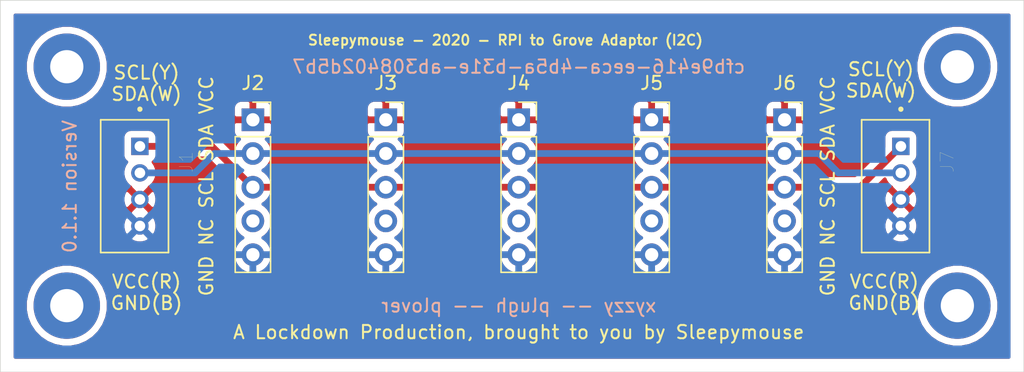
<source format=kicad_pcb>
(kicad_pcb (version 20171130) (host pcbnew "(5.1.5)-3")

  (general
    (thickness 1.6002)
    (drawings 15)
    (tracks 12)
    (zones 0)
    (modules 11)
    (nets 10)
  )

  (page A4)
  (title_block
    (title "RPi to Grove")
    (rev 1.1.0)
  )

  (layers
    (0 F.Cu signal)
    (31 B.Cu signal)
    (33 F.Adhes user)
    (34 B.Paste user)
    (35 F.Paste user)
    (36 B.SilkS user)
    (37 F.SilkS user)
    (38 B.Mask user)
    (39 F.Mask user)
    (40 Dwgs.User user)
    (41 Cmts.User user)
    (42 Eco1.User user)
    (43 Eco2.User user)
    (44 Edge.Cuts user)
    (45 Margin user)
    (46 B.CrtYd user)
    (47 F.CrtYd user)
    (48 B.Fab user hide)
    (49 F.Fab user hide)
  )

  (setup
    (last_trace_width 0.254)
    (user_trace_width 0.508)
    (trace_clearance 0.254)
    (zone_clearance 0.508)
    (zone_45_only no)
    (trace_min 0.1524)
    (via_size 0.762)
    (via_drill 0.381)
    (via_min_size 0.6858)
    (via_min_drill 0.3302)
    (uvia_size 0.762)
    (uvia_drill 0.381)
    (uvias_allowed no)
    (uvia_min_size 0.6858)
    (uvia_min_drill 0.3302)
    (edge_width 0.05)
    (segment_width 0.2)
    (pcb_text_width 0.3)
    (pcb_text_size 1.5 1.5)
    (mod_edge_width 0.12)
    (mod_text_size 1 1)
    (mod_text_width 0.15)
    (pad_size 5 5)
    (pad_drill 2.5)
    (pad_to_mask_clearance 0.0508)
    (solder_mask_min_width 0.1016)
    (aux_axis_origin 0 0)
    (visible_elements 7FFFFFFF)
    (pcbplotparams
      (layerselection 0x010f0_ffffffff)
      (usegerberextensions true)
      (usegerberattributes false)
      (usegerberadvancedattributes false)
      (creategerberjobfile false)
      (excludeedgelayer true)
      (linewidth 0.150000)
      (plotframeref false)
      (viasonmask false)
      (mode 1)
      (useauxorigin false)
      (hpglpennumber 1)
      (hpglpenspeed 20)
      (hpglpendiameter 15.000000)
      (psnegative false)
      (psa4output false)
      (plotreference true)
      (plotvalue true)
      (plotinvisibletext false)
      (padsonsilk true)
      (subtractmaskfromsilk false)
      (outputformat 1)
      (mirror false)
      (drillshape 0)
      (scaleselection 1)
      (outputdirectory "gerbers/oshpark/"))
  )

  (net 0 "")
  (net 1 "Net-(J1-Pad2)")
  (net 2 "Net-(J1-Pad1)")
  (net 3 "Net-(J2-Pad4)")
  (net 4 "Net-(J3-Pad4)")
  (net 5 "Net-(J4-Pad4)")
  (net 6 "Net-(J5-Pad4)")
  (net 7 "Net-(J6-Pad4)")
  (net 8 GND)
  (net 9 VCC)

  (net_class Default "This is the default net class."
    (clearance 0.254)
    (trace_width 0.254)
    (via_dia 0.762)
    (via_drill 0.381)
    (uvia_dia 0.762)
    (uvia_drill 0.381)
    (add_net GND)
    (add_net "Net-(J1-Pad1)")
    (add_net "Net-(J1-Pad2)")
    (add_net "Net-(J2-Pad4)")
    (add_net "Net-(J3-Pad4)")
    (add_net "Net-(J4-Pad4)")
    (add_net "Net-(J5-Pad4)")
    (add_net "Net-(J6-Pad4)")
    (add_net VCC)
  )

  (net_class Signal ""
    (clearance 0.308)
    (trace_width 0.308)
    (via_dia 0.762)
    (via_drill 0.381)
    (uvia_dia 0.762)
    (uvia_drill 0.381)
  )

  (module custom:GroveConnector (layer F.Cu) (tedit 5F4CE537) (tstamp 5F4D8DCD)
    (at 150.75 105 270)
    (path /5F538311)
    (fp_text reference J7 (at -1.825 -3.485 90) (layer F.SilkS)
      (effects (font (size 1 1) (thickness 0.015)))
    )
    (fp_text value Grove (at 4.525 4.385 90) (layer F.Fab)
      (effects (font (size 1 1) (thickness 0.015)))
    )
    (fp_line (start -5 -2.15) (end 5 -2.15) (layer F.Fab) (width 0.127))
    (fp_line (start 5 -2.15) (end 5 2.95) (layer F.Fab) (width 0.127))
    (fp_line (start 5 2.95) (end -5 2.95) (layer F.Fab) (width 0.127))
    (fp_line (start -5 2.95) (end -5 -2.15) (layer F.Fab) (width 0.127))
    (fp_line (start -5 -2.15) (end 5 -2.15) (layer F.SilkS) (width 0.127))
    (fp_line (start 5 -2.15) (end 5 2.95) (layer F.SilkS) (width 0.127))
    (fp_line (start 5 2.95) (end -5 2.95) (layer F.SilkS) (width 0.127))
    (fp_line (start -5 2.95) (end -5 -2.15) (layer F.SilkS) (width 0.127))
    (fp_line (start -5.25 -2.4) (end 5.25 -2.4) (layer F.CrtYd) (width 0.05))
    (fp_line (start 5.25 -2.4) (end 5.25 3.2) (layer F.CrtYd) (width 0.05))
    (fp_line (start 5.25 3.2) (end -5.25 3.2) (layer F.CrtYd) (width 0.05))
    (fp_line (start -5.25 3.2) (end -5.25 -2.4) (layer F.CrtYd) (width 0.05))
    (fp_circle (center -5.8 0) (end -5.7 0) (layer F.Fab) (width 0.2))
    (fp_circle (center -5.8 0) (end -5.7 0) (layer F.SilkS) (width 0.2))
    (pad 1 thru_hole rect (at -3 0 270) (size 1.308 1.308) (drill 0.8) (layers *.Cu *.Mask)
      (net 2 "Net-(J1-Pad1)"))
    (pad 2 thru_hole circle (at -1 0 270) (size 1.308 1.308) (drill 0.8) (layers *.Cu *.Mask)
      (net 1 "Net-(J1-Pad2)"))
    (pad 3 thru_hole circle (at 1 0 270) (size 1.308 1.308) (drill 0.8) (layers *.Cu *.Mask)
      (net 9 VCC))
    (pad 4 thru_hole circle (at 3 0 270) (size 1.308 1.308) (drill 0.8) (layers *.Cu *.Mask)
      (net 8 GND))
  )

  (module custom:GroveConnector (layer F.Cu) (tedit 5F4CE537) (tstamp 5F4D8D3A)
    (at 93.5 105 270)
    (path /5F4E640B)
    (fp_text reference J1 (at -1.825 -3.485 90) (layer F.SilkS)
      (effects (font (size 1 1) (thickness 0.015)))
    )
    (fp_text value Grove (at 4.525 4.385 90) (layer F.Fab)
      (effects (font (size 1 1) (thickness 0.015)))
    )
    (fp_circle (center -5.8 0) (end -5.7 0) (layer F.SilkS) (width 0.2))
    (fp_circle (center -5.8 0) (end -5.7 0) (layer F.Fab) (width 0.2))
    (fp_line (start -5.25 3.2) (end -5.25 -2.4) (layer F.CrtYd) (width 0.05))
    (fp_line (start 5.25 3.2) (end -5.25 3.2) (layer F.CrtYd) (width 0.05))
    (fp_line (start 5.25 -2.4) (end 5.25 3.2) (layer F.CrtYd) (width 0.05))
    (fp_line (start -5.25 -2.4) (end 5.25 -2.4) (layer F.CrtYd) (width 0.05))
    (fp_line (start -5 2.95) (end -5 -2.15) (layer F.SilkS) (width 0.127))
    (fp_line (start 5 2.95) (end -5 2.95) (layer F.SilkS) (width 0.127))
    (fp_line (start 5 -2.15) (end 5 2.95) (layer F.SilkS) (width 0.127))
    (fp_line (start -5 -2.15) (end 5 -2.15) (layer F.SilkS) (width 0.127))
    (fp_line (start -5 2.95) (end -5 -2.15) (layer F.Fab) (width 0.127))
    (fp_line (start 5 2.95) (end -5 2.95) (layer F.Fab) (width 0.127))
    (fp_line (start 5 -2.15) (end 5 2.95) (layer F.Fab) (width 0.127))
    (fp_line (start -5 -2.15) (end 5 -2.15) (layer F.Fab) (width 0.127))
    (pad 4 thru_hole circle (at 3 0 270) (size 1.308 1.308) (drill 0.8) (layers *.Cu *.Mask)
      (net 8 GND))
    (pad 3 thru_hole circle (at 1 0 270) (size 1.308 1.308) (drill 0.8) (layers *.Cu *.Mask)
      (net 9 VCC))
    (pad 2 thru_hole circle (at -1 0 270) (size 1.308 1.308) (drill 0.8) (layers *.Cu *.Mask)
      (net 1 "Net-(J1-Pad2)"))
    (pad 1 thru_hole rect (at -3 0 270) (size 1.308 1.308) (drill 0.8) (layers *.Cu *.Mask)
      (net 2 "Net-(J1-Pad1)"))
  )

  (module MountingHole:MountingHole_2.5mm_Pad (layer F.Cu) (tedit 5F4D565E) (tstamp 5F4D9C8A)
    (at 155 114)
    (descr "Mounting Hole 2.5mm")
    (tags "mounting hole 2.5mm")
    (attr virtual)
    (fp_text reference REF** (at 0 -3.5) (layer F.SilkS) hide
      (effects (font (size 1 1) (thickness 0.15)))
    )
    (fp_text value MountingHole_2.5mm_Pad (at 0 3.5) (layer F.Fab)
      (effects (font (size 1 1) (thickness 0.15)))
    )
    (fp_text user %R (at 0.3 0) (layer F.Fab)
      (effects (font (size 1 1) (thickness 0.15)))
    )
    (fp_circle (center 0 0) (end 2.5 0) (layer Cmts.User) (width 0.15))
    (fp_circle (center 0 0) (end 2.75 0) (layer F.CrtYd) (width 0.05))
    (pad "" np_thru_hole circle (at 0 0) (size 5 5) (drill 2.5) (layers *.Cu *.Mask))
  )

  (module MountingHole:MountingHole_2.5mm_Pad (layer F.Cu) (tedit 5F4D565E) (tstamp 5F4D9C7C)
    (at 88 114)
    (descr "Mounting Hole 2.5mm")
    (tags "mounting hole 2.5mm")
    (attr virtual)
    (fp_text reference REF** (at 0 -3.5) (layer F.SilkS) hide
      (effects (font (size 1 1) (thickness 0.15)))
    )
    (fp_text value MountingHole_2.5mm_Pad (at 0 3.5) (layer F.Fab)
      (effects (font (size 1 1) (thickness 0.15)))
    )
    (fp_circle (center 0 0) (end 2.75 0) (layer F.CrtYd) (width 0.05))
    (fp_circle (center 0 0) (end 2.5 0) (layer Cmts.User) (width 0.15))
    (fp_text user %R (at 0.3 0) (layer F.Fab)
      (effects (font (size 1 1) (thickness 0.15)))
    )
    (pad "" np_thru_hole circle (at 0 0) (size 5 5) (drill 2.5) (layers *.Cu *.Mask))
  )

  (module MountingHole:MountingHole_2.5mm_Pad (layer F.Cu) (tedit 5F4D565E) (tstamp 5F4D9C6E)
    (at 88 96)
    (descr "Mounting Hole 2.5mm")
    (tags "mounting hole 2.5mm")
    (attr virtual)
    (fp_text reference REF** (at 0 -3.5) (layer F.SilkS) hide
      (effects (font (size 1 1) (thickness 0.15)))
    )
    (fp_text value MountingHole_2.5mm_Pad (at 0 3.5) (layer F.Fab)
      (effects (font (size 1 1) (thickness 0.15)))
    )
    (fp_text user %R (at 0.3 0) (layer F.Fab)
      (effects (font (size 1 1) (thickness 0.15)))
    )
    (fp_circle (center 0 0) (end 2.5 0) (layer Cmts.User) (width 0.15))
    (fp_circle (center 0 0) (end 2.75 0) (layer F.CrtYd) (width 0.05))
    (pad "" np_thru_hole circle (at 0 0) (size 5 5) (drill 2.5) (layers *.Cu *.Mask))
  )

  (module MountingHole:MountingHole_2.5mm_Pad (layer F.Cu) (tedit 5F4D56C2) (tstamp 5F4D9BB1)
    (at 155 96)
    (descr "Mounting Hole 2.5mm")
    (tags "mounting hole 2.5mm")
    (attr virtual)
    (fp_text reference REF** (at 0 -3.5) (layer F.SilkS) hide
      (effects (font (size 1 1) (thickness 0.15)))
    )
    (fp_text value MountingHole_2.5mm_Pad (at 0 3.5) (layer F.Fab)
      (effects (font (size 1 1) (thickness 0.15)))
    )
    (fp_circle (center 0 0) (end 2.75 0) (layer F.CrtYd) (width 0.05))
    (fp_circle (center 0 0) (end 2.5 0) (layer Cmts.User) (width 0.15))
    (fp_text user %R (at 0.3 0) (layer F.Fab)
      (effects (font (size 1 1) (thickness 0.15)))
    )
    (pad "" np_thru_hole circle (at 0 0) (size 5 5) (drill 2.5) (layers *.Cu *.Mask))
  )

  (module Connector_PinSocket_2.54mm:PinSocket_1x05_P2.54mm_Vertical (layer F.Cu) (tedit 5A19A420) (tstamp 5F4D8D53)
    (at 102 100)
    (descr "Through hole straight socket strip, 1x05, 2.54mm pitch, single row (from Kicad 4.0.7), script generated")
    (tags "Through hole socket strip THT 1x05 2.54mm single row")
    (path /5F51D18E)
    (fp_text reference J2 (at 0 -2.77) (layer F.SilkS)
      (effects (font (size 1 1) (thickness 0.15)))
    )
    (fp_text value "Conn_01x05_Male(RPiHeader)" (at 0 12.93) (layer F.Fab)
      (effects (font (size 1 1) (thickness 0.15)))
    )
    (fp_line (start -1.27 -1.27) (end 0.635 -1.27) (layer F.Fab) (width 0.1))
    (fp_line (start 0.635 -1.27) (end 1.27 -0.635) (layer F.Fab) (width 0.1))
    (fp_line (start 1.27 -0.635) (end 1.27 11.43) (layer F.Fab) (width 0.1))
    (fp_line (start 1.27 11.43) (end -1.27 11.43) (layer F.Fab) (width 0.1))
    (fp_line (start -1.27 11.43) (end -1.27 -1.27) (layer F.Fab) (width 0.1))
    (fp_line (start -1.33 1.27) (end 1.33 1.27) (layer F.SilkS) (width 0.12))
    (fp_line (start -1.33 1.27) (end -1.33 11.49) (layer F.SilkS) (width 0.12))
    (fp_line (start -1.33 11.49) (end 1.33 11.49) (layer F.SilkS) (width 0.12))
    (fp_line (start 1.33 1.27) (end 1.33 11.49) (layer F.SilkS) (width 0.12))
    (fp_line (start 1.33 -1.33) (end 1.33 0) (layer F.SilkS) (width 0.12))
    (fp_line (start 0 -1.33) (end 1.33 -1.33) (layer F.SilkS) (width 0.12))
    (fp_line (start -1.8 -1.8) (end 1.75 -1.8) (layer F.CrtYd) (width 0.05))
    (fp_line (start 1.75 -1.8) (end 1.75 11.9) (layer F.CrtYd) (width 0.05))
    (fp_line (start 1.75 11.9) (end -1.8 11.9) (layer F.CrtYd) (width 0.05))
    (fp_line (start -1.8 11.9) (end -1.8 -1.8) (layer F.CrtYd) (width 0.05))
    (fp_text user %R (at 0 5.08 90) (layer F.Fab)
      (effects (font (size 1 1) (thickness 0.15)))
    )
    (pad 1 thru_hole rect (at 0 0) (size 1.7 1.7) (drill 1) (layers *.Cu *.Mask)
      (net 9 VCC))
    (pad 2 thru_hole oval (at 0 2.54) (size 1.7 1.7) (drill 1) (layers *.Cu *.Mask)
      (net 1 "Net-(J1-Pad2)"))
    (pad 3 thru_hole oval (at 0 5.08) (size 1.7 1.7) (drill 1) (layers *.Cu *.Mask)
      (net 2 "Net-(J1-Pad1)"))
    (pad 4 thru_hole oval (at 0 7.62) (size 1.7 1.7) (drill 1) (layers *.Cu *.Mask)
      (net 3 "Net-(J2-Pad4)"))
    (pad 5 thru_hole oval (at 0 10.16) (size 1.7 1.7) (drill 1) (layers *.Cu *.Mask)
      (net 8 GND))
    (model ${KISYS3DMOD}/Connector_PinSocket_2.54mm.3dshapes/PinSocket_1x05_P2.54mm_Vertical.wrl
      (at (xyz 0 0 0))
      (scale (xyz 1 1 1))
      (rotate (xyz 0 0 0))
    )
  )

  (module Connector_PinSocket_2.54mm:PinSocket_1x05_P2.54mm_Vertical (layer F.Cu) (tedit 5A19A420) (tstamp 5F4D8D6C)
    (at 112 100)
    (descr "Through hole straight socket strip, 1x05, 2.54mm pitch, single row (from Kicad 4.0.7), script generated")
    (tags "Through hole socket strip THT 1x05 2.54mm single row")
    (path /5F52A6DB)
    (fp_text reference J3 (at 0 -2.77) (layer F.SilkS)
      (effects (font (size 1 1) (thickness 0.15)))
    )
    (fp_text value "Conn_01x05_Male(RPiHeader)" (at 0 12.93) (layer F.Fab)
      (effects (font (size 1 1) (thickness 0.15)))
    )
    (fp_text user %R (at 0 5.08 90) (layer F.Fab)
      (effects (font (size 1 1) (thickness 0.15)))
    )
    (fp_line (start -1.8 11.9) (end -1.8 -1.8) (layer F.CrtYd) (width 0.05))
    (fp_line (start 1.75 11.9) (end -1.8 11.9) (layer F.CrtYd) (width 0.05))
    (fp_line (start 1.75 -1.8) (end 1.75 11.9) (layer F.CrtYd) (width 0.05))
    (fp_line (start -1.8 -1.8) (end 1.75 -1.8) (layer F.CrtYd) (width 0.05))
    (fp_line (start 0 -1.33) (end 1.33 -1.33) (layer F.SilkS) (width 0.12))
    (fp_line (start 1.33 -1.33) (end 1.33 0) (layer F.SilkS) (width 0.12))
    (fp_line (start 1.33 1.27) (end 1.33 11.49) (layer F.SilkS) (width 0.12))
    (fp_line (start -1.33 11.49) (end 1.33 11.49) (layer F.SilkS) (width 0.12))
    (fp_line (start -1.33 1.27) (end -1.33 11.49) (layer F.SilkS) (width 0.12))
    (fp_line (start -1.33 1.27) (end 1.33 1.27) (layer F.SilkS) (width 0.12))
    (fp_line (start -1.27 11.43) (end -1.27 -1.27) (layer F.Fab) (width 0.1))
    (fp_line (start 1.27 11.43) (end -1.27 11.43) (layer F.Fab) (width 0.1))
    (fp_line (start 1.27 -0.635) (end 1.27 11.43) (layer F.Fab) (width 0.1))
    (fp_line (start 0.635 -1.27) (end 1.27 -0.635) (layer F.Fab) (width 0.1))
    (fp_line (start -1.27 -1.27) (end 0.635 -1.27) (layer F.Fab) (width 0.1))
    (pad 5 thru_hole oval (at 0 10.16) (size 1.7 1.7) (drill 1) (layers *.Cu *.Mask)
      (net 8 GND))
    (pad 4 thru_hole oval (at 0 7.62) (size 1.7 1.7) (drill 1) (layers *.Cu *.Mask)
      (net 4 "Net-(J3-Pad4)"))
    (pad 3 thru_hole oval (at 0 5.08) (size 1.7 1.7) (drill 1) (layers *.Cu *.Mask)
      (net 2 "Net-(J1-Pad1)"))
    (pad 2 thru_hole oval (at 0 2.54) (size 1.7 1.7) (drill 1) (layers *.Cu *.Mask)
      (net 1 "Net-(J1-Pad2)"))
    (pad 1 thru_hole rect (at 0 0) (size 1.7 1.7) (drill 1) (layers *.Cu *.Mask)
      (net 9 VCC))
    (model ${KISYS3DMOD}/Connector_PinSocket_2.54mm.3dshapes/PinSocket_1x05_P2.54mm_Vertical.wrl
      (at (xyz 0 0 0))
      (scale (xyz 1 1 1))
      (rotate (xyz 0 0 0))
    )
  )

  (module Connector_PinSocket_2.54mm:PinSocket_1x05_P2.54mm_Vertical (layer F.Cu) (tedit 5A19A420) (tstamp 5F4D8D85)
    (at 122 100)
    (descr "Through hole straight socket strip, 1x05, 2.54mm pitch, single row (from Kicad 4.0.7), script generated")
    (tags "Through hole socket strip THT 1x05 2.54mm single row")
    (path /5F52BAFB)
    (fp_text reference J4 (at 0 -2.77) (layer F.SilkS)
      (effects (font (size 1 1) (thickness 0.15)))
    )
    (fp_text value "Conn_01x05_Male(RPiHeader)" (at 0 12.93) (layer F.Fab)
      (effects (font (size 1 1) (thickness 0.15)))
    )
    (fp_line (start -1.27 -1.27) (end 0.635 -1.27) (layer F.Fab) (width 0.1))
    (fp_line (start 0.635 -1.27) (end 1.27 -0.635) (layer F.Fab) (width 0.1))
    (fp_line (start 1.27 -0.635) (end 1.27 11.43) (layer F.Fab) (width 0.1))
    (fp_line (start 1.27 11.43) (end -1.27 11.43) (layer F.Fab) (width 0.1))
    (fp_line (start -1.27 11.43) (end -1.27 -1.27) (layer F.Fab) (width 0.1))
    (fp_line (start -1.33 1.27) (end 1.33 1.27) (layer F.SilkS) (width 0.12))
    (fp_line (start -1.33 1.27) (end -1.33 11.49) (layer F.SilkS) (width 0.12))
    (fp_line (start -1.33 11.49) (end 1.33 11.49) (layer F.SilkS) (width 0.12))
    (fp_line (start 1.33 1.27) (end 1.33 11.49) (layer F.SilkS) (width 0.12))
    (fp_line (start 1.33 -1.33) (end 1.33 0) (layer F.SilkS) (width 0.12))
    (fp_line (start 0 -1.33) (end 1.33 -1.33) (layer F.SilkS) (width 0.12))
    (fp_line (start -1.8 -1.8) (end 1.75 -1.8) (layer F.CrtYd) (width 0.05))
    (fp_line (start 1.75 -1.8) (end 1.75 11.9) (layer F.CrtYd) (width 0.05))
    (fp_line (start 1.75 11.9) (end -1.8 11.9) (layer F.CrtYd) (width 0.05))
    (fp_line (start -1.8 11.9) (end -1.8 -1.8) (layer F.CrtYd) (width 0.05))
    (fp_text user %R (at 0 5.08 90) (layer F.Fab)
      (effects (font (size 1 1) (thickness 0.15)))
    )
    (pad 1 thru_hole rect (at 0 0) (size 1.7 1.7) (drill 1) (layers *.Cu *.Mask)
      (net 9 VCC))
    (pad 2 thru_hole oval (at 0 2.54) (size 1.7 1.7) (drill 1) (layers *.Cu *.Mask)
      (net 1 "Net-(J1-Pad2)"))
    (pad 3 thru_hole oval (at 0 5.08) (size 1.7 1.7) (drill 1) (layers *.Cu *.Mask)
      (net 2 "Net-(J1-Pad1)"))
    (pad 4 thru_hole oval (at 0 7.62) (size 1.7 1.7) (drill 1) (layers *.Cu *.Mask)
      (net 5 "Net-(J4-Pad4)"))
    (pad 5 thru_hole oval (at 0 10.16) (size 1.7 1.7) (drill 1) (layers *.Cu *.Mask)
      (net 8 GND))
    (model ${KISYS3DMOD}/Connector_PinSocket_2.54mm.3dshapes/PinSocket_1x05_P2.54mm_Vertical.wrl
      (at (xyz 0 0 0))
      (scale (xyz 1 1 1))
      (rotate (xyz 0 0 0))
    )
  )

  (module Connector_PinSocket_2.54mm:PinSocket_1x05_P2.54mm_Vertical (layer F.Cu) (tedit 5A19A420) (tstamp 5F4D8D9E)
    (at 132 100)
    (descr "Through hole straight socket strip, 1x05, 2.54mm pitch, single row (from Kicad 4.0.7), script generated")
    (tags "Through hole socket strip THT 1x05 2.54mm single row")
    (path /5F52CB27)
    (fp_text reference J5 (at 0 -2.77) (layer F.SilkS)
      (effects (font (size 1 1) (thickness 0.15)))
    )
    (fp_text value "Conn_01x05_Male(RPiHeader)" (at 0 12.93) (layer F.Fab)
      (effects (font (size 1 1) (thickness 0.15)))
    )
    (fp_text user %R (at 0 5.08 90) (layer F.Fab)
      (effects (font (size 1 1) (thickness 0.15)))
    )
    (fp_line (start -1.8 11.9) (end -1.8 -1.8) (layer F.CrtYd) (width 0.05))
    (fp_line (start 1.75 11.9) (end -1.8 11.9) (layer F.CrtYd) (width 0.05))
    (fp_line (start 1.75 -1.8) (end 1.75 11.9) (layer F.CrtYd) (width 0.05))
    (fp_line (start -1.8 -1.8) (end 1.75 -1.8) (layer F.CrtYd) (width 0.05))
    (fp_line (start 0 -1.33) (end 1.33 -1.33) (layer F.SilkS) (width 0.12))
    (fp_line (start 1.33 -1.33) (end 1.33 0) (layer F.SilkS) (width 0.12))
    (fp_line (start 1.33 1.27) (end 1.33 11.49) (layer F.SilkS) (width 0.12))
    (fp_line (start -1.33 11.49) (end 1.33 11.49) (layer F.SilkS) (width 0.12))
    (fp_line (start -1.33 1.27) (end -1.33 11.49) (layer F.SilkS) (width 0.12))
    (fp_line (start -1.33 1.27) (end 1.33 1.27) (layer F.SilkS) (width 0.12))
    (fp_line (start -1.27 11.43) (end -1.27 -1.27) (layer F.Fab) (width 0.1))
    (fp_line (start 1.27 11.43) (end -1.27 11.43) (layer F.Fab) (width 0.1))
    (fp_line (start 1.27 -0.635) (end 1.27 11.43) (layer F.Fab) (width 0.1))
    (fp_line (start 0.635 -1.27) (end 1.27 -0.635) (layer F.Fab) (width 0.1))
    (fp_line (start -1.27 -1.27) (end 0.635 -1.27) (layer F.Fab) (width 0.1))
    (pad 5 thru_hole oval (at 0 10.16) (size 1.7 1.7) (drill 1) (layers *.Cu *.Mask)
      (net 8 GND))
    (pad 4 thru_hole oval (at 0 7.62) (size 1.7 1.7) (drill 1) (layers *.Cu *.Mask)
      (net 6 "Net-(J5-Pad4)"))
    (pad 3 thru_hole oval (at 0 5.08) (size 1.7 1.7) (drill 1) (layers *.Cu *.Mask)
      (net 2 "Net-(J1-Pad1)"))
    (pad 2 thru_hole oval (at 0 2.54) (size 1.7 1.7) (drill 1) (layers *.Cu *.Mask)
      (net 1 "Net-(J1-Pad2)"))
    (pad 1 thru_hole rect (at 0 0) (size 1.7 1.7) (drill 1) (layers *.Cu *.Mask)
      (net 9 VCC))
    (model ${KISYS3DMOD}/Connector_PinSocket_2.54mm.3dshapes/PinSocket_1x05_P2.54mm_Vertical.wrl
      (at (xyz 0 0 0))
      (scale (xyz 1 1 1))
      (rotate (xyz 0 0 0))
    )
  )

  (module Connector_PinSocket_2.54mm:PinSocket_1x05_P2.54mm_Vertical (layer F.Cu) (tedit 5A19A420) (tstamp 5F4D8DB7)
    (at 142 100)
    (descr "Through hole straight socket strip, 1x05, 2.54mm pitch, single row (from Kicad 4.0.7), script generated")
    (tags "Through hole socket strip THT 1x05 2.54mm single row")
    (path /5F52D822)
    (fp_text reference J6 (at 0 -2.77) (layer F.SilkS)
      (effects (font (size 1 1) (thickness 0.15)))
    )
    (fp_text value "Conn_01x05_Male(RPiHeader)" (at 0 12.93) (layer F.Fab)
      (effects (font (size 1 1) (thickness 0.15)))
    )
    (fp_line (start -1.27 -1.27) (end 0.635 -1.27) (layer F.Fab) (width 0.1))
    (fp_line (start 0.635 -1.27) (end 1.27 -0.635) (layer F.Fab) (width 0.1))
    (fp_line (start 1.27 -0.635) (end 1.27 11.43) (layer F.Fab) (width 0.1))
    (fp_line (start 1.27 11.43) (end -1.27 11.43) (layer F.Fab) (width 0.1))
    (fp_line (start -1.27 11.43) (end -1.27 -1.27) (layer F.Fab) (width 0.1))
    (fp_line (start -1.33 1.27) (end 1.33 1.27) (layer F.SilkS) (width 0.12))
    (fp_line (start -1.33 1.27) (end -1.33 11.49) (layer F.SilkS) (width 0.12))
    (fp_line (start -1.33 11.49) (end 1.33 11.49) (layer F.SilkS) (width 0.12))
    (fp_line (start 1.33 1.27) (end 1.33 11.49) (layer F.SilkS) (width 0.12))
    (fp_line (start 1.33 -1.33) (end 1.33 0) (layer F.SilkS) (width 0.12))
    (fp_line (start 0 -1.33) (end 1.33 -1.33) (layer F.SilkS) (width 0.12))
    (fp_line (start -1.8 -1.8) (end 1.75 -1.8) (layer F.CrtYd) (width 0.05))
    (fp_line (start 1.75 -1.8) (end 1.75 11.9) (layer F.CrtYd) (width 0.05))
    (fp_line (start 1.75 11.9) (end -1.8 11.9) (layer F.CrtYd) (width 0.05))
    (fp_line (start -1.8 11.9) (end -1.8 -1.8) (layer F.CrtYd) (width 0.05))
    (fp_text user %R (at 0 5.08 90) (layer F.Fab)
      (effects (font (size 1 1) (thickness 0.15)))
    )
    (pad 1 thru_hole rect (at 0 0) (size 1.7 1.7) (drill 1) (layers *.Cu *.Mask)
      (net 9 VCC))
    (pad 2 thru_hole oval (at 0 2.54) (size 1.7 1.7) (drill 1) (layers *.Cu *.Mask)
      (net 1 "Net-(J1-Pad2)"))
    (pad 3 thru_hole oval (at 0 5.08) (size 1.7 1.7) (drill 1) (layers *.Cu *.Mask)
      (net 2 "Net-(J1-Pad1)"))
    (pad 4 thru_hole oval (at 0 7.62) (size 1.7 1.7) (drill 1) (layers *.Cu *.Mask)
      (net 7 "Net-(J6-Pad4)"))
    (pad 5 thru_hole oval (at 0 10.16) (size 1.7 1.7) (drill 1) (layers *.Cu *.Mask)
      (net 8 GND))
    (model ${KISYS3DMOD}/Connector_PinSocket_2.54mm.3dshapes/PinSocket_1x05_P2.54mm_Vertical.wrl
      (at (xyz 0 0 0))
      (scale (xyz 1 1 1))
      (rotate (xyz 0 0 0))
    )
  )

  (gr_text "GND NC SCL SDA VCC" (at 145.25 105 90) (layer F.SilkS) (tstamp 5F4D97B5)
    (effects (font (size 1 1) (thickness 0.15)))
  )
  (gr_line (start 160 119) (end 83 119) (layer Edge.Cuts) (width 0.05) (tstamp 5F4E58DF))
  (gr_line (start 83 91) (end 160 91) (layer Edge.Cuts) (width 0.05) (tstamp 5F4E58DD))
  (gr_line (start 83 91) (end 83 119) (layer Edge.Cuts) (width 0.05))
  (gr_line (start 160 91) (end 160 119) (layer Edge.Cuts) (width 0.05))
  (gr_text "xyzzy -- plugh -- plover" (at 122 114) (layer B.SilkS)
    (effects (font (size 1 1) (thickness 0.15)) (justify mirror))
  )
  (gr_text "GND NC SCL SDA VCC" (at 98.5 105 90) (layer F.SilkS)
    (effects (font (size 1 1) (thickness 0.15)))
  )
  (gr_text "VCC(R)\nGND(B)" (at 149.5 113) (layer F.SilkS) (tstamp 5F4D97AA)
    (effects (font (size 1 1) (thickness 0.15)))
  )
  (gr_text "SCL(Y)\nSDA(W)" (at 149.25 97) (layer F.SilkS) (tstamp 5F4D97A8)
    (effects (font (size 1 1) (thickness 0.15)))
  )
  (gr_text "VCC(R)\nGND(B)" (at 94 113) (layer F.SilkS)
    (effects (font (size 1 1) (thickness 0.15)))
  )
  (gr_text "SCL(Y)\nSDA(W)" (at 94 97.25) (layer F.SilkS)
    (effects (font (size 1 1) (thickness 0.15)))
  )
  (gr_text cfb9e416-eeca-4b5a-b31e-ab308402d5b7 (at 122 96) (layer B.SilkS)
    (effects (font (size 1 1) (thickness 0.15)) (justify mirror))
  )
  (gr_text "Version 1.1.0" (at 88.21928 105.029 90) (layer B.SilkS)
    (effects (font (size 1 1) (thickness 0.15)) (justify mirror))
  )
  (gr_text "A Lockdown Production, brought to you by Sleepymouse" (at 122 116) (layer F.SilkS)
    (effects (font (size 1 1) (thickness 0.15)))
  )
  (gr_text "Sleepymouse - 2020 - RPI to Grove Adaptor (I2C)" (at 121 94) (layer F.SilkS)
    (effects (font (size 0.75 0.75) (thickness 0.15)))
  )

  (segment (start 93.5 104) (end 97.6506 104) (width 0.508) (layer B.Cu) (net 1))
  (segment (start 99.1106 102.54) (end 102 102.54) (width 0.508) (layer B.Cu) (net 1))
  (segment (start 97.6506 104) (end 99.1106 102.54) (width 0.508) (layer B.Cu) (net 1))
  (segment (start 102 102.54) (end 142 102.54) (width 0.508) (layer B.Cu) (net 1))
  (segment (start 150.75 104) (end 146.05284 104) (width 0.508) (layer B.Cu) (net 1))
  (segment (start 144.59284 102.54) (end 142 102.54) (width 0.508) (layer B.Cu) (net 1))
  (segment (start 146.05284 104) (end 144.59284 102.54) (width 0.508) (layer B.Cu) (net 1))
  (segment (start 98.92 102) (end 102 105.08) (width 0.508) (layer F.Cu) (net 2))
  (segment (start 93.5 102) (end 98.92 102) (width 0.508) (layer F.Cu) (net 2))
  (segment (start 102 105.08) (end 112 105.08) (width 0.508) (layer F.Cu) (net 2))
  (segment (start 147.67 105.08) (end 150.75 102) (width 0.508) (layer F.Cu) (net 2))
  (segment (start 112 105.08) (end 147.67 105.08) (width 0.508) (layer F.Cu) (net 2))

  (zone (net 9) (net_name VCC) (layer F.Cu) (tstamp 5F4E602E) (hatch edge 0.508)
    (connect_pads (clearance 0.508))
    (min_thickness 0.254)
    (fill yes (arc_segments 32) (thermal_gap 0.508) (thermal_bridge_width 0.508))
    (polygon
      (pts
        (xy 159 118) (xy 84 118) (xy 84 92) (xy 159 92)
      )
    )
    (filled_polygon
      (pts
        (xy 158.873 117.873) (xy 84.127 117.873) (xy 84.127 113.691229) (xy 84.865 113.691229) (xy 84.865 114.308771)
        (xy 84.985476 114.914446) (xy 85.221799 115.484979) (xy 85.564886 115.998446) (xy 86.001554 116.435114) (xy 86.515021 116.778201)
        (xy 87.085554 117.014524) (xy 87.691229 117.135) (xy 88.308771 117.135) (xy 88.914446 117.014524) (xy 89.484979 116.778201)
        (xy 89.998446 116.435114) (xy 90.435114 115.998446) (xy 90.778201 115.484979) (xy 91.014524 114.914446) (xy 91.135 114.308771)
        (xy 91.135 113.691229) (xy 151.865 113.691229) (xy 151.865 114.308771) (xy 151.985476 114.914446) (xy 152.221799 115.484979)
        (xy 152.564886 115.998446) (xy 153.001554 116.435114) (xy 153.515021 116.778201) (xy 154.085554 117.014524) (xy 154.691229 117.135)
        (xy 155.308771 117.135) (xy 155.914446 117.014524) (xy 156.484979 116.778201) (xy 156.998446 116.435114) (xy 157.435114 115.998446)
        (xy 157.778201 115.484979) (xy 158.014524 114.914446) (xy 158.135 114.308771) (xy 158.135 113.691229) (xy 158.014524 113.085554)
        (xy 157.778201 112.515021) (xy 157.435114 112.001554) (xy 156.998446 111.564886) (xy 156.484979 111.221799) (xy 155.914446 110.985476)
        (xy 155.308771 110.865) (xy 154.691229 110.865) (xy 154.085554 110.985476) (xy 153.515021 111.221799) (xy 153.001554 111.564886)
        (xy 152.564886 112.001554) (xy 152.221799 112.515021) (xy 151.985476 113.085554) (xy 151.865 113.691229) (xy 91.135 113.691229)
        (xy 91.014524 113.085554) (xy 90.778201 112.515021) (xy 90.435114 112.001554) (xy 89.998446 111.564886) (xy 89.484979 111.221799)
        (xy 88.914446 110.985476) (xy 88.308771 110.865) (xy 87.691229 110.865) (xy 87.085554 110.985476) (xy 86.515021 111.221799)
        (xy 86.001554 111.564886) (xy 85.564886 112.001554) (xy 85.221799 112.515021) (xy 84.985476 113.085554) (xy 84.865 113.691229)
        (xy 84.127 113.691229) (xy 84.127 107.873045) (xy 92.211 107.873045) (xy 92.211 108.126955) (xy 92.260535 108.375987)
        (xy 92.357703 108.61057) (xy 92.498768 108.82169) (xy 92.67831 109.001232) (xy 92.88943 109.142297) (xy 93.124013 109.239465)
        (xy 93.373045 109.289) (xy 93.626955 109.289) (xy 93.875987 109.239465) (xy 94.11057 109.142297) (xy 94.32169 109.001232)
        (xy 94.501232 108.82169) (xy 94.642297 108.61057) (xy 94.739465 108.375987) (xy 94.789 108.126955) (xy 94.789 107.873045)
        (xy 94.739465 107.624013) (xy 94.642297 107.38943) (xy 94.501232 107.17831) (xy 94.32169 106.998768) (xy 94.201681 106.918581)
        (xy 94.208782 106.888387) (xy 93.5 106.179605) (xy 92.791218 106.888387) (xy 92.798319 106.918581) (xy 92.67831 106.998768)
        (xy 92.498768 107.17831) (xy 92.357703 107.38943) (xy 92.260535 107.624013) (xy 92.211 107.873045) (xy 84.127 107.873045)
        (xy 84.127 106.076296) (xy 92.207012 106.076296) (xy 92.246741 106.327079) (xy 92.334632 106.565293) (xy 92.382532 106.654907)
        (xy 92.611613 106.708782) (xy 93.320395 106) (xy 93.679605 106) (xy 94.388387 106.708782) (xy 94.617468 106.654907)
        (xy 94.723763 106.424316) (xy 94.783028 106.177419) (xy 94.792988 105.923704) (xy 94.753259 105.672921) (xy 94.665368 105.434707)
        (xy 94.617468 105.345093) (xy 94.388387 105.291218) (xy 93.679605 106) (xy 93.320395 106) (xy 92.611613 105.291218)
        (xy 92.382532 105.345093) (xy 92.276237 105.575684) (xy 92.216972 105.822581) (xy 92.207012 106.076296) (xy 84.127 106.076296)
        (xy 84.127 101.346) (xy 92.207928 101.346) (xy 92.207928 102.654) (xy 92.220188 102.778482) (xy 92.256498 102.89818)
        (xy 92.315463 103.008494) (xy 92.394815 103.105185) (xy 92.491506 103.184537) (xy 92.493791 103.185758) (xy 92.357703 103.38943)
        (xy 92.260535 103.624013) (xy 92.211 103.873045) (xy 92.211 104.126955) (xy 92.260535 104.375987) (xy 92.357703 104.61057)
        (xy 92.498768 104.82169) (xy 92.67831 105.001232) (xy 92.798319 105.081419) (xy 92.791218 105.111613) (xy 93.5 105.820395)
        (xy 94.208782 105.111613) (xy 94.201681 105.081419) (xy 94.32169 105.001232) (xy 94.501232 104.82169) (xy 94.642297 104.61057)
        (xy 94.739465 104.375987) (xy 94.789 104.126955) (xy 94.789 103.873045) (xy 94.739465 103.624013) (xy 94.642297 103.38943)
        (xy 94.506209 103.185758) (xy 94.508494 103.184537) (xy 94.605185 103.105185) (xy 94.684537 103.008494) (xy 94.743502 102.89818)
        (xy 94.746287 102.889) (xy 98.551765 102.889) (xy 100.528523 104.865758) (xy 100.515 104.93374) (xy 100.515 105.22626)
        (xy 100.572068 105.513158) (xy 100.68401 105.783411) (xy 100.846525 106.026632) (xy 101.053368 106.233475) (xy 101.22776 106.35)
        (xy 101.053368 106.466525) (xy 100.846525 106.673368) (xy 100.68401 106.916589) (xy 100.572068 107.186842) (xy 100.515 107.47374)
        (xy 100.515 107.76626) (xy 100.572068 108.053158) (xy 100.68401 108.323411) (xy 100.846525 108.566632) (xy 101.053368 108.773475)
        (xy 101.22776 108.89) (xy 101.053368 109.006525) (xy 100.846525 109.213368) (xy 100.68401 109.456589) (xy 100.572068 109.726842)
        (xy 100.515 110.01374) (xy 100.515 110.30626) (xy 100.572068 110.593158) (xy 100.68401 110.863411) (xy 100.846525 111.106632)
        (xy 101.053368 111.313475) (xy 101.296589 111.47599) (xy 101.566842 111.587932) (xy 101.85374 111.645) (xy 102.14626 111.645)
        (xy 102.433158 111.587932) (xy 102.703411 111.47599) (xy 102.946632 111.313475) (xy 103.153475 111.106632) (xy 103.31599 110.863411)
        (xy 103.427932 110.593158) (xy 103.485 110.30626) (xy 103.485 110.01374) (xy 103.427932 109.726842) (xy 103.31599 109.456589)
        (xy 103.153475 109.213368) (xy 102.946632 109.006525) (xy 102.77224 108.89) (xy 102.946632 108.773475) (xy 103.153475 108.566632)
        (xy 103.31599 108.323411) (xy 103.427932 108.053158) (xy 103.485 107.76626) (xy 103.485 107.47374) (xy 103.427932 107.186842)
        (xy 103.31599 106.916589) (xy 103.153475 106.673368) (xy 102.946632 106.466525) (xy 102.77224 106.35) (xy 102.946632 106.233475)
        (xy 103.153475 106.026632) (xy 103.191983 105.969) (xy 110.808017 105.969) (xy 110.846525 106.026632) (xy 111.053368 106.233475)
        (xy 111.22776 106.35) (xy 111.053368 106.466525) (xy 110.846525 106.673368) (xy 110.68401 106.916589) (xy 110.572068 107.186842)
        (xy 110.515 107.47374) (xy 110.515 107.76626) (xy 110.572068 108.053158) (xy 110.68401 108.323411) (xy 110.846525 108.566632)
        (xy 111.053368 108.773475) (xy 111.22776 108.89) (xy 111.053368 109.006525) (xy 110.846525 109.213368) (xy 110.68401 109.456589)
        (xy 110.572068 109.726842) (xy 110.515 110.01374) (xy 110.515 110.30626) (xy 110.572068 110.593158) (xy 110.68401 110.863411)
        (xy 110.846525 111.106632) (xy 111.053368 111.313475) (xy 111.296589 111.47599) (xy 111.566842 111.587932) (xy 111.85374 111.645)
        (xy 112.14626 111.645) (xy 112.433158 111.587932) (xy 112.703411 111.47599) (xy 112.946632 111.313475) (xy 113.153475 111.106632)
        (xy 113.31599 110.863411) (xy 113.427932 110.593158) (xy 113.485 110.30626) (xy 113.485 110.01374) (xy 113.427932 109.726842)
        (xy 113.31599 109.456589) (xy 113.153475 109.213368) (xy 112.946632 109.006525) (xy 112.77224 108.89) (xy 112.946632 108.773475)
        (xy 113.153475 108.566632) (xy 113.31599 108.323411) (xy 113.427932 108.053158) (xy 113.485 107.76626) (xy 113.485 107.47374)
        (xy 113.427932 107.186842) (xy 113.31599 106.916589) (xy 113.153475 106.673368) (xy 112.946632 106.466525) (xy 112.77224 106.35)
        (xy 112.946632 106.233475) (xy 113.153475 106.026632) (xy 113.191983 105.969) (xy 120.808017 105.969) (xy 120.846525 106.026632)
        (xy 121.053368 106.233475) (xy 121.22776 106.35) (xy 121.053368 106.466525) (xy 120.846525 106.673368) (xy 120.68401 106.916589)
        (xy 120.572068 107.186842) (xy 120.515 107.47374) (xy 120.515 107.76626) (xy 120.572068 108.053158) (xy 120.68401 108.323411)
        (xy 120.846525 108.566632) (xy 121.053368 108.773475) (xy 121.22776 108.89) (xy 121.053368 109.006525) (xy 120.846525 109.213368)
        (xy 120.68401 109.456589) (xy 120.572068 109.726842) (xy 120.515 110.01374) (xy 120.515 110.30626) (xy 120.572068 110.593158)
        (xy 120.68401 110.863411) (xy 120.846525 111.106632) (xy 121.053368 111.313475) (xy 121.296589 111.47599) (xy 121.566842 111.587932)
        (xy 121.85374 111.645) (xy 122.14626 111.645) (xy 122.433158 111.587932) (xy 122.703411 111.47599) (xy 122.946632 111.313475)
        (xy 123.153475 111.106632) (xy 123.31599 110.863411) (xy 123.427932 110.593158) (xy 123.485 110.30626) (xy 123.485 110.01374)
        (xy 123.427932 109.726842) (xy 123.31599 109.456589) (xy 123.153475 109.213368) (xy 122.946632 109.006525) (xy 122.77224 108.89)
        (xy 122.946632 108.773475) (xy 123.153475 108.566632) (xy 123.31599 108.323411) (xy 123.427932 108.053158) (xy 123.485 107.76626)
        (xy 123.485 107.47374) (xy 123.427932 107.186842) (xy 123.31599 106.916589) (xy 123.153475 106.673368) (xy 122.946632 106.466525)
        (xy 122.77224 106.35) (xy 122.946632 106.233475) (xy 123.153475 106.026632) (xy 123.191983 105.969) (xy 130.808017 105.969)
        (xy 130.846525 106.026632) (xy 131.053368 106.233475) (xy 131.22776 106.35) (xy 131.053368 106.466525) (xy 130.846525 106.673368)
        (xy 130.68401 106.916589) (xy 130.572068 107.186842) (xy 130.515 107.47374) (xy 130.515 107.76626) (xy 130.572068 108.053158)
        (xy 130.68401 108.323411) (xy 130.846525 108.566632) (xy 131.053368 108.773475) (xy 131.22776 108.89) (xy 131.053368 109.006525)
        (xy 130.846525 109.213368) (xy 130.68401 109.456589) (xy 130.572068 109.726842) (xy 130.515 110.01374) (xy 130.515 110.30626)
        (xy 130.572068 110.593158) (xy 130.68401 110.863411) (xy 130.846525 111.106632) (xy 131.053368 111.313475) (xy 131.296589 111.47599)
        (xy 131.566842 111.587932) (xy 131.85374 111.645) (xy 132.14626 111.645) (xy 132.433158 111.587932) (xy 132.703411 111.47599)
        (xy 132.946632 111.313475) (xy 133.153475 111.106632) (xy 133.31599 110.863411) (xy 133.427932 110.593158) (xy 133.485 110.30626)
        (xy 133.485 110.01374) (xy 133.427932 109.726842) (xy 133.31599 109.456589) (xy 133.153475 109.213368) (xy 132.946632 109.006525)
        (xy 132.77224 108.89) (xy 132.946632 108.773475) (xy 133.153475 108.566632) (xy 133.31599 108.323411) (xy 133.427932 108.053158)
        (xy 133.485 107.76626) (xy 133.485 107.47374) (xy 133.427932 107.186842) (xy 133.31599 106.916589) (xy 133.153475 106.673368)
        (xy 132.946632 106.466525) (xy 132.77224 106.35) (xy 132.946632 106.233475) (xy 133.153475 106.026632) (xy 133.191983 105.969)
        (xy 140.808017 105.969) (xy 140.846525 106.026632) (xy 141.053368 106.233475) (xy 141.22776 106.35) (xy 141.053368 106.466525)
        (xy 140.846525 106.673368) (xy 140.68401 106.916589) (xy 140.572068 107.186842) (xy 140.515 107.47374) (xy 140.515 107.76626)
        (xy 140.572068 108.053158) (xy 140.68401 108.323411) (xy 140.846525 108.566632) (xy 141.053368 108.773475) (xy 141.22776 108.89)
        (xy 141.053368 109.006525) (xy 140.846525 109.213368) (xy 140.68401 109.456589) (xy 140.572068 109.726842) (xy 140.515 110.01374)
        (xy 140.515 110.30626) (xy 140.572068 110.593158) (xy 140.68401 110.863411) (xy 140.846525 111.106632) (xy 141.053368 111.313475)
        (xy 141.296589 111.47599) (xy 141.566842 111.587932) (xy 141.85374 111.645) (xy 142.14626 111.645) (xy 142.433158 111.587932)
        (xy 142.703411 111.47599) (xy 142.946632 111.313475) (xy 143.153475 111.106632) (xy 143.31599 110.863411) (xy 143.427932 110.593158)
        (xy 143.485 110.30626) (xy 143.485 110.01374) (xy 143.427932 109.726842) (xy 143.31599 109.456589) (xy 143.153475 109.213368)
        (xy 142.946632 109.006525) (xy 142.77224 108.89) (xy 142.946632 108.773475) (xy 143.153475 108.566632) (xy 143.31599 108.323411)
        (xy 143.427932 108.053158) (xy 143.463758 107.873045) (xy 149.461 107.873045) (xy 149.461 108.126955) (xy 149.510535 108.375987)
        (xy 149.607703 108.61057) (xy 149.748768 108.82169) (xy 149.92831 109.001232) (xy 150.13943 109.142297) (xy 150.374013 109.239465)
        (xy 150.623045 109.289) (xy 150.876955 109.289) (xy 151.125987 109.239465) (xy 151.36057 109.142297) (xy 151.57169 109.001232)
        (xy 151.751232 108.82169) (xy 151.892297 108.61057) (xy 151.989465 108.375987) (xy 152.039 108.126955) (xy 152.039 107.873045)
        (xy 151.989465 107.624013) (xy 151.892297 107.38943) (xy 151.751232 107.17831) (xy 151.57169 106.998768) (xy 151.451681 106.918581)
        (xy 151.458782 106.888387) (xy 150.75 106.179605) (xy 150.041218 106.888387) (xy 150.048319 106.918581) (xy 149.92831 106.998768)
        (xy 149.748768 107.17831) (xy 149.607703 107.38943) (xy 149.510535 107.624013) (xy 149.461 107.873045) (xy 143.463758 107.873045)
        (xy 143.485 107.76626) (xy 143.485 107.47374) (xy 143.427932 107.186842) (xy 143.31599 106.916589) (xy 143.153475 106.673368)
        (xy 142.946632 106.466525) (xy 142.77224 106.35) (xy 142.946632 106.233475) (xy 143.103811 106.076296) (xy 149.457012 106.076296)
        (xy 149.496741 106.327079) (xy 149.584632 106.565293) (xy 149.632532 106.654907) (xy 149.861613 106.708782) (xy 150.570395 106)
        (xy 150.929605 106) (xy 151.638387 106.708782) (xy 151.867468 106.654907) (xy 151.973763 106.424316) (xy 152.033028 106.177419)
        (xy 152.042988 105.923704) (xy 152.003259 105.672921) (xy 151.915368 105.434707) (xy 151.867468 105.345093) (xy 151.638387 105.291218)
        (xy 150.929605 106) (xy 150.570395 106) (xy 149.861613 105.291218) (xy 149.632532 105.345093) (xy 149.526237 105.575684)
        (xy 149.466972 105.822581) (xy 149.457012 106.076296) (xy 143.103811 106.076296) (xy 143.153475 106.026632) (xy 143.191983 105.969)
        (xy 147.62634 105.969) (xy 147.67 105.9733) (xy 147.71366 105.969) (xy 147.713667 105.969) (xy 147.844274 105.956136)
        (xy 148.011851 105.905303) (xy 148.166291 105.822753) (xy 148.301659 105.711659) (xy 148.329499 105.677736) (xy 149.545891 104.461344)
        (xy 149.607703 104.61057) (xy 149.748768 104.82169) (xy 149.92831 105.001232) (xy 150.048319 105.081419) (xy 150.041218 105.111613)
        (xy 150.75 105.820395) (xy 151.458782 105.111613) (xy 151.451681 105.081419) (xy 151.57169 105.001232) (xy 151.751232 104.82169)
        (xy 151.892297 104.61057) (xy 151.989465 104.375987) (xy 152.039 104.126955) (xy 152.039 103.873045) (xy 151.989465 103.624013)
        (xy 151.892297 103.38943) (xy 151.756209 103.185758) (xy 151.758494 103.184537) (xy 151.855185 103.105185) (xy 151.934537 103.008494)
        (xy 151.993502 102.89818) (xy 152.029812 102.778482) (xy 152.042072 102.654) (xy 152.042072 101.346) (xy 152.029812 101.221518)
        (xy 151.993502 101.10182) (xy 151.934537 100.991506) (xy 151.855185 100.894815) (xy 151.758494 100.815463) (xy 151.64818 100.756498)
        (xy 151.528482 100.720188) (xy 151.404 100.707928) (xy 150.096 100.707928) (xy 149.971518 100.720188) (xy 149.85182 100.756498)
        (xy 149.741506 100.815463) (xy 149.644815 100.894815) (xy 149.565463 100.991506) (xy 149.506498 101.10182) (xy 149.470188 101.221518)
        (xy 149.457928 101.346) (xy 149.457928 102.034836) (xy 147.301765 104.191) (xy 143.191983 104.191) (xy 143.153475 104.133368)
        (xy 142.946632 103.926525) (xy 142.77224 103.81) (xy 142.946632 103.693475) (xy 143.153475 103.486632) (xy 143.31599 103.243411)
        (xy 143.427932 102.973158) (xy 143.485 102.68626) (xy 143.485 102.39374) (xy 143.427932 102.106842) (xy 143.31599 101.836589)
        (xy 143.153475 101.593368) (xy 143.02162 101.461513) (xy 143.09418 101.439502) (xy 143.204494 101.380537) (xy 143.301185 101.301185)
        (xy 143.380537 101.204494) (xy 143.439502 101.09418) (xy 143.475812 100.974482) (xy 143.488072 100.85) (xy 143.485 100.28575)
        (xy 143.32625 100.127) (xy 142.127 100.127) (xy 142.127 100.147) (xy 141.873 100.147) (xy 141.873 100.127)
        (xy 140.67375 100.127) (xy 140.515 100.28575) (xy 140.511928 100.85) (xy 140.524188 100.974482) (xy 140.560498 101.09418)
        (xy 140.619463 101.204494) (xy 140.698815 101.301185) (xy 140.795506 101.380537) (xy 140.90582 101.439502) (xy 140.97838 101.461513)
        (xy 140.846525 101.593368) (xy 140.68401 101.836589) (xy 140.572068 102.106842) (xy 140.515 102.39374) (xy 140.515 102.68626)
        (xy 140.572068 102.973158) (xy 140.68401 103.243411) (xy 140.846525 103.486632) (xy 141.053368 103.693475) (xy 141.22776 103.81)
        (xy 141.053368 103.926525) (xy 140.846525 104.133368) (xy 140.808017 104.191) (xy 133.191983 104.191) (xy 133.153475 104.133368)
        (xy 132.946632 103.926525) (xy 132.77224 103.81) (xy 132.946632 103.693475) (xy 133.153475 103.486632) (xy 133.31599 103.243411)
        (xy 133.427932 102.973158) (xy 133.485 102.68626) (xy 133.485 102.39374) (xy 133.427932 102.106842) (xy 133.31599 101.836589)
        (xy 133.153475 101.593368) (xy 133.02162 101.461513) (xy 133.09418 101.439502) (xy 133.204494 101.380537) (xy 133.301185 101.301185)
        (xy 133.380537 101.204494) (xy 133.439502 101.09418) (xy 133.475812 100.974482) (xy 133.488072 100.85) (xy 133.485 100.28575)
        (xy 133.32625 100.127) (xy 132.127 100.127) (xy 132.127 100.147) (xy 131.873 100.147) (xy 131.873 100.127)
        (xy 130.67375 100.127) (xy 130.515 100.28575) (xy 130.511928 100.85) (xy 130.524188 100.974482) (xy 130.560498 101.09418)
        (xy 130.619463 101.204494) (xy 130.698815 101.301185) (xy 130.795506 101.380537) (xy 130.90582 101.439502) (xy 130.97838 101.461513)
        (xy 130.846525 101.593368) (xy 130.68401 101.836589) (xy 130.572068 102.106842) (xy 130.515 102.39374) (xy 130.515 102.68626)
        (xy 130.572068 102.973158) (xy 130.68401 103.243411) (xy 130.846525 103.486632) (xy 131.053368 103.693475) (xy 131.22776 103.81)
        (xy 131.053368 103.926525) (xy 130.846525 104.133368) (xy 130.808017 104.191) (xy 123.191983 104.191) (xy 123.153475 104.133368)
        (xy 122.946632 103.926525) (xy 122.77224 103.81) (xy 122.946632 103.693475) (xy 123.153475 103.486632) (xy 123.31599 103.243411)
        (xy 123.427932 102.973158) (xy 123.485 102.68626) (xy 123.485 102.39374) (xy 123.427932 102.106842) (xy 123.31599 101.836589)
        (xy 123.153475 101.593368) (xy 123.02162 101.461513) (xy 123.09418 101.439502) (xy 123.204494 101.380537) (xy 123.301185 101.301185)
        (xy 123.380537 101.204494) (xy 123.439502 101.09418) (xy 123.475812 100.974482) (xy 123.488072 100.85) (xy 123.485 100.28575)
        (xy 123.32625 100.127) (xy 122.127 100.127) (xy 122.127 100.147) (xy 121.873 100.147) (xy 121.873 100.127)
        (xy 120.67375 100.127) (xy 120.515 100.28575) (xy 120.511928 100.85) (xy 120.524188 100.974482) (xy 120.560498 101.09418)
        (xy 120.619463 101.204494) (xy 120.698815 101.301185) (xy 120.795506 101.380537) (xy 120.90582 101.439502) (xy 120.97838 101.461513)
        (xy 120.846525 101.593368) (xy 120.68401 101.836589) (xy 120.572068 102.106842) (xy 120.515 102.39374) (xy 120.515 102.68626)
        (xy 120.572068 102.973158) (xy 120.68401 103.243411) (xy 120.846525 103.486632) (xy 121.053368 103.693475) (xy 121.22776 103.81)
        (xy 121.053368 103.926525) (xy 120.846525 104.133368) (xy 120.808017 104.191) (xy 113.191983 104.191) (xy 113.153475 104.133368)
        (xy 112.946632 103.926525) (xy 112.77224 103.81) (xy 112.946632 103.693475) (xy 113.153475 103.486632) (xy 113.31599 103.243411)
        (xy 113.427932 102.973158) (xy 113.485 102.68626) (xy 113.485 102.39374) (xy 113.427932 102.106842) (xy 113.31599 101.836589)
        (xy 113.153475 101.593368) (xy 113.02162 101.461513) (xy 113.09418 101.439502) (xy 113.204494 101.380537) (xy 113.301185 101.301185)
        (xy 113.380537 101.204494) (xy 113.439502 101.09418) (xy 113.475812 100.974482) (xy 113.488072 100.85) (xy 113.485 100.28575)
        (xy 113.32625 100.127) (xy 112.127 100.127) (xy 112.127 100.147) (xy 111.873 100.147) (xy 111.873 100.127)
        (xy 110.67375 100.127) (xy 110.515 100.28575) (xy 110.511928 100.85) (xy 110.524188 100.974482) (xy 110.560498 101.09418)
        (xy 110.619463 101.204494) (xy 110.698815 101.301185) (xy 110.795506 101.380537) (xy 110.90582 101.439502) (xy 110.97838 101.461513)
        (xy 110.846525 101.593368) (xy 110.68401 101.836589) (xy 110.572068 102.106842) (xy 110.515 102.39374) (xy 110.515 102.68626)
        (xy 110.572068 102.973158) (xy 110.68401 103.243411) (xy 110.846525 103.486632) (xy 111.053368 103.693475) (xy 111.22776 103.81)
        (xy 111.053368 103.926525) (xy 110.846525 104.133368) (xy 110.808017 104.191) (xy 103.191983 104.191) (xy 103.153475 104.133368)
        (xy 102.946632 103.926525) (xy 102.77224 103.81) (xy 102.946632 103.693475) (xy 103.153475 103.486632) (xy 103.31599 103.243411)
        (xy 103.427932 102.973158) (xy 103.485 102.68626) (xy 103.485 102.39374) (xy 103.427932 102.106842) (xy 103.31599 101.836589)
        (xy 103.153475 101.593368) (xy 103.02162 101.461513) (xy 103.09418 101.439502) (xy 103.204494 101.380537) (xy 103.301185 101.301185)
        (xy 103.380537 101.204494) (xy 103.439502 101.09418) (xy 103.475812 100.974482) (xy 103.488072 100.85) (xy 103.485 100.28575)
        (xy 103.32625 100.127) (xy 102.127 100.127) (xy 102.127 100.147) (xy 101.873 100.147) (xy 101.873 100.127)
        (xy 100.67375 100.127) (xy 100.515 100.28575) (xy 100.511928 100.85) (xy 100.524188 100.974482) (xy 100.560498 101.09418)
        (xy 100.619463 101.204494) (xy 100.698815 101.301185) (xy 100.795506 101.380537) (xy 100.90582 101.439502) (xy 100.97838 101.461513)
        (xy 100.846525 101.593368) (xy 100.68401 101.836589) (xy 100.572068 102.106842) (xy 100.524287 102.347052) (xy 99.579499 101.402264)
        (xy 99.551659 101.368341) (xy 99.416291 101.257247) (xy 99.261851 101.174697) (xy 99.094274 101.123864) (xy 98.963667 101.111)
        (xy 98.96366 101.111) (xy 98.92 101.1067) (xy 98.87634 101.111) (xy 94.746287 101.111) (xy 94.743502 101.10182)
        (xy 94.684537 100.991506) (xy 94.605185 100.894815) (xy 94.508494 100.815463) (xy 94.39818 100.756498) (xy 94.278482 100.720188)
        (xy 94.154 100.707928) (xy 92.846 100.707928) (xy 92.721518 100.720188) (xy 92.60182 100.756498) (xy 92.491506 100.815463)
        (xy 92.394815 100.894815) (xy 92.315463 100.991506) (xy 92.256498 101.10182) (xy 92.220188 101.221518) (xy 92.207928 101.346)
        (xy 84.127 101.346) (xy 84.127 99.15) (xy 100.511928 99.15) (xy 100.515 99.71425) (xy 100.67375 99.873)
        (xy 101.873 99.873) (xy 101.873 98.67375) (xy 102.127 98.67375) (xy 102.127 99.873) (xy 103.32625 99.873)
        (xy 103.485 99.71425) (xy 103.488072 99.15) (xy 110.511928 99.15) (xy 110.515 99.71425) (xy 110.67375 99.873)
        (xy 111.873 99.873) (xy 111.873 98.67375) (xy 112.127 98.67375) (xy 112.127 99.873) (xy 113.32625 99.873)
        (xy 113.485 99.71425) (xy 113.488072 99.15) (xy 120.511928 99.15) (xy 120.515 99.71425) (xy 120.67375 99.873)
        (xy 121.873 99.873) (xy 121.873 98.67375) (xy 122.127 98.67375) (xy 122.127 99.873) (xy 123.32625 99.873)
        (xy 123.485 99.71425) (xy 123.488072 99.15) (xy 130.511928 99.15) (xy 130.515 99.71425) (xy 130.67375 99.873)
        (xy 131.873 99.873) (xy 131.873 98.67375) (xy 132.127 98.67375) (xy 132.127 99.873) (xy 133.32625 99.873)
        (xy 133.485 99.71425) (xy 133.488072 99.15) (xy 140.511928 99.15) (xy 140.515 99.71425) (xy 140.67375 99.873)
        (xy 141.873 99.873) (xy 141.873 98.67375) (xy 142.127 98.67375) (xy 142.127 99.873) (xy 143.32625 99.873)
        (xy 143.485 99.71425) (xy 143.488072 99.15) (xy 143.475812 99.025518) (xy 143.439502 98.90582) (xy 143.380537 98.795506)
        (xy 143.301185 98.698815) (xy 143.204494 98.619463) (xy 143.09418 98.560498) (xy 142.974482 98.524188) (xy 142.85 98.511928)
        (xy 142.28575 98.515) (xy 142.127 98.67375) (xy 141.873 98.67375) (xy 141.71425 98.515) (xy 141.15 98.511928)
        (xy 141.025518 98.524188) (xy 140.90582 98.560498) (xy 140.795506 98.619463) (xy 140.698815 98.698815) (xy 140.619463 98.795506)
        (xy 140.560498 98.90582) (xy 140.524188 99.025518) (xy 140.511928 99.15) (xy 133.488072 99.15) (xy 133.475812 99.025518)
        (xy 133.439502 98.90582) (xy 133.380537 98.795506) (xy 133.301185 98.698815) (xy 133.204494 98.619463) (xy 133.09418 98.560498)
        (xy 132.974482 98.524188) (xy 132.85 98.511928) (xy 132.28575 98.515) (xy 132.127 98.67375) (xy 131.873 98.67375)
        (xy 131.71425 98.515) (xy 131.15 98.511928) (xy 131.025518 98.524188) (xy 130.90582 98.560498) (xy 130.795506 98.619463)
        (xy 130.698815 98.698815) (xy 130.619463 98.795506) (xy 130.560498 98.90582) (xy 130.524188 99.025518) (xy 130.511928 99.15)
        (xy 123.488072 99.15) (xy 123.475812 99.025518) (xy 123.439502 98.90582) (xy 123.380537 98.795506) (xy 123.301185 98.698815)
        (xy 123.204494 98.619463) (xy 123.09418 98.560498) (xy 122.974482 98.524188) (xy 122.85 98.511928) (xy 122.28575 98.515)
        (xy 122.127 98.67375) (xy 121.873 98.67375) (xy 121.71425 98.515) (xy 121.15 98.511928) (xy 121.025518 98.524188)
        (xy 120.90582 98.560498) (xy 120.795506 98.619463) (xy 120.698815 98.698815) (xy 120.619463 98.795506) (xy 120.560498 98.90582)
        (xy 120.524188 99.025518) (xy 120.511928 99.15) (xy 113.488072 99.15) (xy 113.475812 99.025518) (xy 113.439502 98.90582)
        (xy 113.380537 98.795506) (xy 113.301185 98.698815) (xy 113.204494 98.619463) (xy 113.09418 98.560498) (xy 112.974482 98.524188)
        (xy 112.85 98.511928) (xy 112.28575 98.515) (xy 112.127 98.67375) (xy 111.873 98.67375) (xy 111.71425 98.515)
        (xy 111.15 98.511928) (xy 111.025518 98.524188) (xy 110.90582 98.560498) (xy 110.795506 98.619463) (xy 110.698815 98.698815)
        (xy 110.619463 98.795506) (xy 110.560498 98.90582) (xy 110.524188 99.025518) (xy 110.511928 99.15) (xy 103.488072 99.15)
        (xy 103.475812 99.025518) (xy 103.439502 98.90582) (xy 103.380537 98.795506) (xy 103.301185 98.698815) (xy 103.204494 98.619463)
        (xy 103.09418 98.560498) (xy 102.974482 98.524188) (xy 102.85 98.511928) (xy 102.28575 98.515) (xy 102.127 98.67375)
        (xy 101.873 98.67375) (xy 101.71425 98.515) (xy 101.15 98.511928) (xy 101.025518 98.524188) (xy 100.90582 98.560498)
        (xy 100.795506 98.619463) (xy 100.698815 98.698815) (xy 100.619463 98.795506) (xy 100.560498 98.90582) (xy 100.524188 99.025518)
        (xy 100.511928 99.15) (xy 84.127 99.15) (xy 84.127 95.691229) (xy 84.865 95.691229) (xy 84.865 96.308771)
        (xy 84.985476 96.914446) (xy 85.221799 97.484979) (xy 85.564886 97.998446) (xy 86.001554 98.435114) (xy 86.515021 98.778201)
        (xy 87.085554 99.014524) (xy 87.691229 99.135) (xy 88.308771 99.135) (xy 88.914446 99.014524) (xy 89.484979 98.778201)
        (xy 89.998446 98.435114) (xy 90.435114 97.998446) (xy 90.778201 97.484979) (xy 91.014524 96.914446) (xy 91.135 96.308771)
        (xy 91.135 95.691229) (xy 151.865 95.691229) (xy 151.865 96.308771) (xy 151.985476 96.914446) (xy 152.221799 97.484979)
        (xy 152.564886 97.998446) (xy 153.001554 98.435114) (xy 153.515021 98.778201) (xy 154.085554 99.014524) (xy 154.691229 99.135)
        (xy 155.308771 99.135) (xy 155.914446 99.014524) (xy 156.484979 98.778201) (xy 156.998446 98.435114) (xy 157.435114 97.998446)
        (xy 157.778201 97.484979) (xy 158.014524 96.914446) (xy 158.135 96.308771) (xy 158.135 95.691229) (xy 158.014524 95.085554)
        (xy 157.778201 94.515021) (xy 157.435114 94.001554) (xy 156.998446 93.564886) (xy 156.484979 93.221799) (xy 155.914446 92.985476)
        (xy 155.308771 92.865) (xy 154.691229 92.865) (xy 154.085554 92.985476) (xy 153.515021 93.221799) (xy 153.001554 93.564886)
        (xy 152.564886 94.001554) (xy 152.221799 94.515021) (xy 151.985476 95.085554) (xy 151.865 95.691229) (xy 91.135 95.691229)
        (xy 91.014524 95.085554) (xy 90.778201 94.515021) (xy 90.435114 94.001554) (xy 89.998446 93.564886) (xy 89.484979 93.221799)
        (xy 88.914446 92.985476) (xy 88.308771 92.865) (xy 87.691229 92.865) (xy 87.085554 92.985476) (xy 86.515021 93.221799)
        (xy 86.001554 93.564886) (xy 85.564886 94.001554) (xy 85.221799 94.515021) (xy 84.985476 95.085554) (xy 84.865 95.691229)
        (xy 84.127 95.691229) (xy 84.127 92.127) (xy 158.873 92.127)
      )
    )
  )
  (zone (net 8) (net_name GND) (layer B.Cu) (tstamp 5F4E602B) (hatch edge 0.508)
    (connect_pads (clearance 0.508))
    (min_thickness 0.254)
    (fill yes (arc_segments 32) (thermal_gap 0.508) (thermal_bridge_width 0.508))
    (polygon
      (pts
        (xy 159 118) (xy 84 118) (xy 84 92) (xy 159 92)
      )
    )
    (filled_polygon
      (pts
        (xy 158.873 117.873) (xy 84.127 117.873) (xy 84.127 113.691229) (xy 84.865 113.691229) (xy 84.865 114.308771)
        (xy 84.985476 114.914446) (xy 85.221799 115.484979) (xy 85.564886 115.998446) (xy 86.001554 116.435114) (xy 86.515021 116.778201)
        (xy 87.085554 117.014524) (xy 87.691229 117.135) (xy 88.308771 117.135) (xy 88.914446 117.014524) (xy 89.484979 116.778201)
        (xy 89.998446 116.435114) (xy 90.435114 115.998446) (xy 90.778201 115.484979) (xy 91.014524 114.914446) (xy 91.135 114.308771)
        (xy 91.135 113.691229) (xy 151.865 113.691229) (xy 151.865 114.308771) (xy 151.985476 114.914446) (xy 152.221799 115.484979)
        (xy 152.564886 115.998446) (xy 153.001554 116.435114) (xy 153.515021 116.778201) (xy 154.085554 117.014524) (xy 154.691229 117.135)
        (xy 155.308771 117.135) (xy 155.914446 117.014524) (xy 156.484979 116.778201) (xy 156.998446 116.435114) (xy 157.435114 115.998446)
        (xy 157.778201 115.484979) (xy 158.014524 114.914446) (xy 158.135 114.308771) (xy 158.135 113.691229) (xy 158.014524 113.085554)
        (xy 157.778201 112.515021) (xy 157.435114 112.001554) (xy 156.998446 111.564886) (xy 156.484979 111.221799) (xy 155.914446 110.985476)
        (xy 155.308771 110.865) (xy 154.691229 110.865) (xy 154.085554 110.985476) (xy 153.515021 111.221799) (xy 153.001554 111.564886)
        (xy 152.564886 112.001554) (xy 152.221799 112.515021) (xy 151.985476 113.085554) (xy 151.865 113.691229) (xy 91.135 113.691229)
        (xy 91.014524 113.085554) (xy 90.778201 112.515021) (xy 90.435114 112.001554) (xy 89.998446 111.564886) (xy 89.484979 111.221799)
        (xy 88.914446 110.985476) (xy 88.308771 110.865) (xy 87.691229 110.865) (xy 87.085554 110.985476) (xy 86.515021 111.221799)
        (xy 86.001554 111.564886) (xy 85.564886 112.001554) (xy 85.221799 112.515021) (xy 84.985476 113.085554) (xy 84.865 113.691229)
        (xy 84.127 113.691229) (xy 84.127 110.51689) (xy 100.558524 110.51689) (xy 100.603175 110.664099) (xy 100.728359 110.92692)
        (xy 100.902412 111.160269) (xy 101.118645 111.355178) (xy 101.368748 111.504157) (xy 101.643109 111.601481) (xy 101.873 111.480814)
        (xy 101.873 110.287) (xy 102.127 110.287) (xy 102.127 111.480814) (xy 102.356891 111.601481) (xy 102.631252 111.504157)
        (xy 102.881355 111.355178) (xy 103.097588 111.160269) (xy 103.271641 110.92692) (xy 103.396825 110.664099) (xy 103.441476 110.51689)
        (xy 110.558524 110.51689) (xy 110.603175 110.664099) (xy 110.728359 110.92692) (xy 110.902412 111.160269) (xy 111.118645 111.355178)
        (xy 111.368748 111.504157) (xy 111.643109 111.601481) (xy 111.873 111.480814) (xy 111.873 110.287) (xy 112.127 110.287)
        (xy 112.127 111.480814) (xy 112.356891 111.601481) (xy 112.631252 111.504157) (xy 112.881355 111.355178) (xy 113.097588 111.160269)
        (xy 113.271641 110.92692) (xy 113.396825 110.664099) (xy 113.441476 110.51689) (xy 120.558524 110.51689) (xy 120.603175 110.664099)
        (xy 120.728359 110.92692) (xy 120.902412 111.160269) (xy 121.118645 111.355178) (xy 121.368748 111.504157) (xy 121.643109 111.601481)
        (xy 121.873 111.480814) (xy 121.873 110.287) (xy 122.127 110.287) (xy 122.127 111.480814) (xy 122.356891 111.601481)
        (xy 122.631252 111.504157) (xy 122.881355 111.355178) (xy 123.097588 111.160269) (xy 123.271641 110.92692) (xy 123.396825 110.664099)
        (xy 123.441476 110.51689) (xy 130.558524 110.51689) (xy 130.603175 110.664099) (xy 130.728359 110.92692) (xy 130.902412 111.160269)
        (xy 131.118645 111.355178) (xy 131.368748 111.504157) (xy 131.643109 111.601481) (xy 131.873 111.480814) (xy 131.873 110.287)
        (xy 132.127 110.287) (xy 132.127 111.480814) (xy 132.356891 111.601481) (xy 132.631252 111.504157) (xy 132.881355 111.355178)
        (xy 133.097588 111.160269) (xy 133.271641 110.92692) (xy 133.396825 110.664099) (xy 133.441476 110.51689) (xy 140.558524 110.51689)
        (xy 140.603175 110.664099) (xy 140.728359 110.92692) (xy 140.902412 111.160269) (xy 141.118645 111.355178) (xy 141.368748 111.504157)
        (xy 141.643109 111.601481) (xy 141.873 111.480814) (xy 141.873 110.287) (xy 142.127 110.287) (xy 142.127 111.480814)
        (xy 142.356891 111.601481) (xy 142.631252 111.504157) (xy 142.881355 111.355178) (xy 143.097588 111.160269) (xy 143.271641 110.92692)
        (xy 143.396825 110.664099) (xy 143.441476 110.51689) (xy 143.320155 110.287) (xy 142.127 110.287) (xy 141.873 110.287)
        (xy 140.679845 110.287) (xy 140.558524 110.51689) (xy 133.441476 110.51689) (xy 133.320155 110.287) (xy 132.127 110.287)
        (xy 131.873 110.287) (xy 130.679845 110.287) (xy 130.558524 110.51689) (xy 123.441476 110.51689) (xy 123.320155 110.287)
        (xy 122.127 110.287) (xy 121.873 110.287) (xy 120.679845 110.287) (xy 120.558524 110.51689) (xy 113.441476 110.51689)
        (xy 113.320155 110.287) (xy 112.127 110.287) (xy 111.873 110.287) (xy 110.679845 110.287) (xy 110.558524 110.51689)
        (xy 103.441476 110.51689) (xy 103.320155 110.287) (xy 102.127 110.287) (xy 101.873 110.287) (xy 100.679845 110.287)
        (xy 100.558524 110.51689) (xy 84.127 110.51689) (xy 84.127 108.888387) (xy 92.791218 108.888387) (xy 92.845093 109.117468)
        (xy 93.075684 109.223763) (xy 93.322581 109.283028) (xy 93.576296 109.292988) (xy 93.827079 109.253259) (xy 94.065293 109.165368)
        (xy 94.154907 109.117468) (xy 94.208782 108.888387) (xy 93.5 108.179605) (xy 92.791218 108.888387) (xy 84.127 108.888387)
        (xy 84.127 108.076296) (xy 92.207012 108.076296) (xy 92.246741 108.327079) (xy 92.334632 108.565293) (xy 92.382532 108.654907)
        (xy 92.611613 108.708782) (xy 93.320395 108) (xy 93.679605 108) (xy 94.388387 108.708782) (xy 94.617468 108.654907)
        (xy 94.723763 108.424316) (xy 94.783028 108.177419) (xy 94.792988 107.923704) (xy 94.753259 107.672921) (xy 94.665368 107.434707)
        (xy 94.617468 107.345093) (xy 94.388387 107.291218) (xy 93.679605 108) (xy 93.320395 108) (xy 92.611613 107.291218)
        (xy 92.382532 107.345093) (xy 92.276237 107.575684) (xy 92.216972 107.822581) (xy 92.207012 108.076296) (xy 84.127 108.076296)
        (xy 84.127 101.346) (xy 92.207928 101.346) (xy 92.207928 102.654) (xy 92.220188 102.778482) (xy 92.256498 102.89818)
        (xy 92.315463 103.008494) (xy 92.394815 103.105185) (xy 92.491506 103.184537) (xy 92.493791 103.185758) (xy 92.357703 103.38943)
        (xy 92.260535 103.624013) (xy 92.211 103.873045) (xy 92.211 104.126955) (xy 92.260535 104.375987) (xy 92.357703 104.61057)
        (xy 92.498768 104.82169) (xy 92.677078 105) (xy 92.498768 105.17831) (xy 92.357703 105.38943) (xy 92.260535 105.624013)
        (xy 92.211 105.873045) (xy 92.211 106.126955) (xy 92.260535 106.375987) (xy 92.357703 106.61057) (xy 92.498768 106.82169)
        (xy 92.67831 107.001232) (xy 92.798319 107.081419) (xy 92.791218 107.111613) (xy 93.5 107.820395) (xy 94.208782 107.111613)
        (xy 94.201681 107.081419) (xy 94.32169 107.001232) (xy 94.501232 106.82169) (xy 94.642297 106.61057) (xy 94.739465 106.375987)
        (xy 94.789 106.126955) (xy 94.789 105.873045) (xy 94.739465 105.624013) (xy 94.642297 105.38943) (xy 94.501232 105.17831)
        (xy 94.322922 105) (xy 94.433922 104.889) (xy 97.60694 104.889) (xy 97.6506 104.8933) (xy 97.69426 104.889)
        (xy 97.694267 104.889) (xy 97.824874 104.876136) (xy 97.992451 104.825303) (xy 98.146891 104.742753) (xy 98.282259 104.631659)
        (xy 98.310099 104.597736) (xy 99.478836 103.429) (xy 100.808017 103.429) (xy 100.846525 103.486632) (xy 101.053368 103.693475)
        (xy 101.22776 103.81) (xy 101.053368 103.926525) (xy 100.846525 104.133368) (xy 100.68401 104.376589) (xy 100.572068 104.646842)
        (xy 100.515 104.93374) (xy 100.515 105.22626) (xy 100.572068 105.513158) (xy 100.68401 105.783411) (xy 100.846525 106.026632)
        (xy 101.053368 106.233475) (xy 101.22776 106.35) (xy 101.053368 106.466525) (xy 100.846525 106.673368) (xy 100.68401 106.916589)
        (xy 100.572068 107.186842) (xy 100.515 107.47374) (xy 100.515 107.76626) (xy 100.572068 108.053158) (xy 100.68401 108.323411)
        (xy 100.846525 108.566632) (xy 101.053368 108.773475) (xy 101.235534 108.895195) (xy 101.118645 108.964822) (xy 100.902412 109.159731)
        (xy 100.728359 109.39308) (xy 100.603175 109.655901) (xy 100.558524 109.80311) (xy 100.679845 110.033) (xy 101.873 110.033)
        (xy 101.873 110.013) (xy 102.127 110.013) (xy 102.127 110.033) (xy 103.320155 110.033) (xy 103.441476 109.80311)
        (xy 103.396825 109.655901) (xy 103.271641 109.39308) (xy 103.097588 109.159731) (xy 102.881355 108.964822) (xy 102.764466 108.895195)
        (xy 102.946632 108.773475) (xy 103.153475 108.566632) (xy 103.31599 108.323411) (xy 103.427932 108.053158) (xy 103.485 107.76626)
        (xy 103.485 107.47374) (xy 103.427932 107.186842) (xy 103.31599 106.916589) (xy 103.153475 106.673368) (xy 102.946632 106.466525)
        (xy 102.77224 106.35) (xy 102.946632 106.233475) (xy 103.153475 106.026632) (xy 103.31599 105.783411) (xy 103.427932 105.513158)
        (xy 103.485 105.22626) (xy 103.485 104.93374) (xy 103.427932 104.646842) (xy 103.31599 104.376589) (xy 103.153475 104.133368)
        (xy 102.946632 103.926525) (xy 102.77224 103.81) (xy 102.946632 103.693475) (xy 103.153475 103.486632) (xy 103.191983 103.429)
        (xy 110.808017 103.429) (xy 110.846525 103.486632) (xy 111.053368 103.693475) (xy 111.22776 103.81) (xy 111.053368 103.926525)
        (xy 110.846525 104.133368) (xy 110.68401 104.376589) (xy 110.572068 104.646842) (xy 110.515 104.93374) (xy 110.515 105.22626)
        (xy 110.572068 105.513158) (xy 110.68401 105.783411) (xy 110.846525 106.026632) (xy 111.053368 106.233475) (xy 111.22776 106.35)
        (xy 111.053368 106.466525) (xy 110.846525 106.673368) (xy 110.68401 106.916589) (xy 110.572068 107.186842) (xy 110.515 107.47374)
        (xy 110.515 107.76626) (xy 110.572068 108.053158) (xy 110.68401 108.323411) (xy 110.846525 108.566632) (xy 111.053368 108.773475)
        (xy 111.235534 108.895195) (xy 111.118645 108.964822) (xy 110.902412 109.159731) (xy 110.728359 109.39308) (xy 110.603175 109.655901)
        (xy 110.558524 109.80311) (xy 110.679845 110.033) (xy 111.873 110.033) (xy 111.873 110.013) (xy 112.127 110.013)
        (xy 112.127 110.033) (xy 113.320155 110.033) (xy 113.441476 109.80311) (xy 113.396825 109.655901) (xy 113.271641 109.39308)
        (xy 113.097588 109.159731) (xy 112.881355 108.964822) (xy 112.764466 108.895195) (xy 112.946632 108.773475) (xy 113.153475 108.566632)
        (xy 113.31599 108.323411) (xy 113.427932 108.053158) (xy 113.485 107.76626) (xy 113.485 107.47374) (xy 113.427932 107.186842)
        (xy 113.31599 106.916589) (xy 113.153475 106.673368) (xy 112.946632 106.466525) (xy 112.77224 106.35) (xy 112.946632 106.233475)
        (xy 113.153475 106.026632) (xy 113.31599 105.783411) (xy 113.427932 105.513158) (xy 113.485 105.22626) (xy 113.485 104.93374)
        (xy 113.427932 104.646842) (xy 113.31599 104.376589) (xy 113.153475 104.133368) (xy 112.946632 103.926525) (xy 112.77224 103.81)
        (xy 112.946632 103.693475) (xy 113.153475 103.486632) (xy 113.191983 103.429) (xy 120.808017 103.429) (xy 120.846525 103.486632)
        (xy 121.053368 103.693475) (xy 121.22776 103.81) (xy 121.053368 103.926525) (xy 120.846525 104.133368) (xy 120.68401 104.376589)
        (xy 120.572068 104.646842) (xy 120.515 104.93374) (xy 120.515 105.22626) (xy 120.572068 105.513158) (xy 120.68401 105.783411)
        (xy 120.846525 106.026632) (xy 121.053368 106.233475) (xy 121.22776 106.35) (xy 121.053368 106.466525) (xy 120.846525 106.673368)
        (xy 120.68401 106.916589) (xy 120.572068 107.186842) (xy 120.515 107.47374) (xy 120.515 107.76626) (xy 120.572068 108.053158)
        (xy 120.68401 108.323411) (xy 120.846525 108.566632) (xy 121.053368 108.773475) (xy 121.235534 108.895195) (xy 121.118645 108.964822)
        (xy 120.902412 109.159731) (xy 120.728359 109.39308) (xy 120.603175 109.655901) (xy 120.558524 109.80311) (xy 120.679845 110.033)
        (xy 121.873 110.033) (xy 121.873 110.013) (xy 122.127 110.013) (xy 122.127 110.033) (xy 123.320155 110.033)
        (xy 123.441476 109.80311) (xy 123.396825 109.655901) (xy 123.271641 109.39308) (xy 123.097588 109.159731) (xy 122.881355 108.964822)
        (xy 122.764466 108.895195) (xy 122.946632 108.773475) (xy 123.153475 108.566632) (xy 123.31599 108.323411) (xy 123.427932 108.053158)
        (xy 123.485 107.76626) (xy 123.485 107.47374) (xy 123.427932 107.186842) (xy 123.31599 106.916589) (xy 123.153475 106.673368)
        (xy 122.946632 106.466525) (xy 122.77224 106.35) (xy 122.946632 106.233475) (xy 123.153475 106.026632) (xy 123.31599 105.783411)
        (xy 123.427932 105.513158) (xy 123.485 105.22626) (xy 123.485 104.93374) (xy 123.427932 104.646842) (xy 123.31599 104.376589)
        (xy 123.153475 104.133368) (xy 122.946632 103.926525) (xy 122.77224 103.81) (xy 122.946632 103.693475) (xy 123.153475 103.486632)
        (xy 123.191983 103.429) (xy 130.808017 103.429) (xy 130.846525 103.486632) (xy 131.053368 103.693475) (xy 131.22776 103.81)
        (xy 131.053368 103.926525) (xy 130.846525 104.133368) (xy 130.68401 104.376589) (xy 130.572068 104.646842) (xy 130.515 104.93374)
        (xy 130.515 105.22626) (xy 130.572068 105.513158) (xy 130.68401 105.783411) (xy 130.846525 106.026632) (xy 131.053368 106.233475)
        (xy 131.22776 106.35) (xy 131.053368 106.466525) (xy 130.846525 106.673368) (xy 130.68401 106.916589) (xy 130.572068 107.186842)
        (xy 130.515 107.47374) (xy 130.515 107.76626) (xy 130.572068 108.053158) (xy 130.68401 108.323411) (xy 130.846525 108.566632)
        (xy 131.053368 108.773475) (xy 131.235534 108.895195) (xy 131.118645 108.964822) (xy 130.902412 109.159731) (xy 130.728359 109.39308)
        (xy 130.603175 109.655901) (xy 130.558524 109.80311) (xy 130.679845 110.033) (xy 131.873 110.033) (xy 131.873 110.013)
        (xy 132.127 110.013) (xy 132.127 110.033) (xy 133.320155 110.033) (xy 133.441476 109.80311) (xy 133.396825 109.655901)
        (xy 133.271641 109.39308) (xy 133.097588 109.159731) (xy 132.881355 108.964822) (xy 132.764466 108.895195) (xy 132.946632 108.773475)
        (xy 133.153475 108.566632) (xy 133.31599 108.323411) (xy 133.427932 108.053158) (xy 133.485 107.76626) (xy 133.485 107.47374)
        (xy 133.427932 107.186842) (xy 133.31599 106.916589) (xy 133.153475 106.673368) (xy 132.946632 106.466525) (xy 132.77224 106.35)
        (xy 132.946632 106.233475) (xy 133.153475 106.026632) (xy 133.31599 105.783411) (xy 133.427932 105.513158) (xy 133.485 105.22626)
        (xy 133.485 104.93374) (xy 133.427932 104.646842) (xy 133.31599 104.376589) (xy 133.153475 104.133368) (xy 132.946632 103.926525)
        (xy 132.77224 103.81) (xy 132.946632 103.693475) (xy 133.153475 103.486632) (xy 133.191983 103.429) (xy 140.808017 103.429)
        (xy 140.846525 103.486632) (xy 141.053368 103.693475) (xy 141.22776 103.81) (xy 141.053368 103.926525) (xy 140.846525 104.133368)
        (xy 140.68401 104.376589) (xy 140.572068 104.646842) (xy 140.515 104.93374) (xy 140.515 105.22626) (xy 140.572068 105.513158)
        (xy 140.68401 105.783411) (xy 140.846525 106.026632) (xy 141.053368 106.233475) (xy 141.22776 106.35) (xy 141.053368 106.466525)
        (xy 140.846525 106.673368) (xy 140.68401 106.916589) (xy 140.572068 107.186842) (xy 140.515 107.47374) (xy 140.515 107.76626)
        (xy 140.572068 108.053158) (xy 140.68401 108.323411) (xy 140.846525 108.566632) (xy 141.053368 108.773475) (xy 141.235534 108.895195)
        (xy 141.118645 108.964822) (xy 140.902412 109.159731) (xy 140.728359 109.39308) (xy 140.603175 109.655901) (xy 140.558524 109.80311)
        (xy 140.679845 110.033) (xy 141.873 110.033) (xy 141.873 110.013) (xy 142.127 110.013) (xy 142.127 110.033)
        (xy 143.320155 110.033) (xy 143.441476 109.80311) (xy 143.396825 109.655901) (xy 143.271641 109.39308) (xy 143.097588 109.159731)
        (xy 142.881355 108.964822) (xy 142.764466 108.895195) (xy 142.774654 108.888387) (xy 150.041218 108.888387) (xy 150.095093 109.117468)
        (xy 150.325684 109.223763) (xy 150.572581 109.283028) (xy 150.826296 109.292988) (xy 151.077079 109.253259) (xy 151.315293 109.165368)
        (xy 151.404907 109.117468) (xy 151.458782 108.888387) (xy 150.75 108.179605) (xy 150.041218 108.888387) (xy 142.774654 108.888387)
        (xy 142.946632 108.773475) (xy 143.153475 108.566632) (xy 143.31599 108.323411) (xy 143.418347 108.076296) (xy 149.457012 108.076296)
        (xy 149.496741 108.327079) (xy 149.584632 108.565293) (xy 149.632532 108.654907) (xy 149.861613 108.708782) (xy 150.570395 108)
        (xy 150.929605 108) (xy 151.638387 108.708782) (xy 151.867468 108.654907) (xy 151.973763 108.424316) (xy 152.033028 108.177419)
        (xy 152.042988 107.923704) (xy 152.003259 107.672921) (xy 151.915368 107.434707) (xy 151.867468 107.345093) (xy 151.638387 107.291218)
        (xy 150.929605 108) (xy 150.570395 108) (xy 149.861613 107.291218) (xy 149.632532 107.345093) (xy 149.526237 107.575684)
        (xy 149.466972 107.822581) (xy 149.457012 108.076296) (xy 143.418347 108.076296) (xy 143.427932 108.053158) (xy 143.485 107.76626)
        (xy 143.485 107.47374) (xy 143.427932 107.186842) (xy 143.31599 106.916589) (xy 143.153475 106.673368) (xy 142.946632 106.466525)
        (xy 142.77224 106.35) (xy 142.946632 106.233475) (xy 143.153475 106.026632) (xy 143.31599 105.783411) (xy 143.427932 105.513158)
        (xy 143.485 105.22626) (xy 143.485 104.93374) (xy 143.427932 104.646842) (xy 143.31599 104.376589) (xy 143.153475 104.133368)
        (xy 142.946632 103.926525) (xy 142.77224 103.81) (xy 142.946632 103.693475) (xy 143.153475 103.486632) (xy 143.191983 103.429)
        (xy 144.224605 103.429) (xy 145.393346 104.597741) (xy 145.421181 104.631659) (xy 145.556549 104.742753) (xy 145.589817 104.760535)
        (xy 145.70423 104.82169) (xy 145.710989 104.825303) (xy 145.805598 104.854002) (xy 145.878565 104.876136) (xy 145.895165 104.877771)
        (xy 146.009173 104.889) (xy 146.00918 104.889) (xy 146.05284 104.8933) (xy 146.0965 104.889) (xy 149.816078 104.889)
        (xy 149.927078 105) (xy 149.748768 105.17831) (xy 149.607703 105.38943) (xy 149.510535 105.624013) (xy 149.461 105.873045)
        (xy 149.461 106.126955) (xy 149.510535 106.375987) (xy 149.607703 106.61057) (xy 149.748768 106.82169) (xy 149.92831 107.001232)
        (xy 150.048319 107.081419) (xy 150.041218 107.111613) (xy 150.75 107.820395) (xy 151.458782 107.111613) (xy 151.451681 107.081419)
        (xy 151.57169 107.001232) (xy 151.751232 106.82169) (xy 151.892297 106.61057) (xy 151.989465 106.375987) (xy 152.039 106.126955)
        (xy 152.039 105.873045) (xy 151.989465 105.624013) (xy 151.892297 105.38943) (xy 151.751232 105.17831) (xy 151.572922 105)
        (xy 151.751232 104.82169) (xy 151.892297 104.61057) (xy 151.989465 104.375987) (xy 152.039 104.126955) (xy 152.039 103.873045)
        (xy 151.989465 103.624013) (xy 151.892297 103.38943) (xy 151.756209 103.185758) (xy 151.758494 103.184537) (xy 151.855185 103.105185)
        (xy 151.934537 103.008494) (xy 151.993502 102.89818) (xy 152.029812 102.778482) (xy 152.042072 102.654) (xy 152.042072 101.346)
        (xy 152.029812 101.221518) (xy 151.993502 101.10182) (xy 151.934537 100.991506) (xy 151.855185 100.894815) (xy 151.758494 100.815463)
        (xy 151.64818 100.756498) (xy 151.528482 100.720188) (xy 151.404 100.707928) (xy 150.096 100.707928) (xy 149.971518 100.720188)
        (xy 149.85182 100.756498) (xy 149.741506 100.815463) (xy 149.644815 100.894815) (xy 149.565463 100.991506) (xy 149.506498 101.10182)
        (xy 149.470188 101.221518) (xy 149.457928 101.346) (xy 149.457928 102.654) (xy 149.470188 102.778482) (xy 149.506498 102.89818)
        (xy 149.565463 103.008494) (xy 149.644815 103.105185) (xy 149.651901 103.111) (xy 146.421076 103.111) (xy 145.252339 101.942264)
        (xy 145.224499 101.908341) (xy 145.089131 101.797247) (xy 144.934691 101.714697) (xy 144.767114 101.663864) (xy 144.636507 101.651)
        (xy 144.6365 101.651) (xy 144.59284 101.6467) (xy 144.54918 101.651) (xy 143.191983 101.651) (xy 143.153475 101.593368)
        (xy 143.02162 101.461513) (xy 143.09418 101.439502) (xy 143.204494 101.380537) (xy 143.301185 101.301185) (xy 143.380537 101.204494)
        (xy 143.439502 101.09418) (xy 143.475812 100.974482) (xy 143.488072 100.85) (xy 143.488072 99.15) (xy 143.475812 99.025518)
        (xy 143.439502 98.90582) (xy 143.380537 98.795506) (xy 143.301185 98.698815) (xy 143.204494 98.619463) (xy 143.09418 98.560498)
        (xy 142.974482 98.524188) (xy 142.85 98.511928) (xy 141.15 98.511928) (xy 141.025518 98.524188) (xy 140.90582 98.560498)
        (xy 140.795506 98.619463) (xy 140.698815 98.698815) (xy 140.619463 98.795506) (xy 140.560498 98.90582) (xy 140.524188 99.025518)
        (xy 140.511928 99.15) (xy 140.511928 100.85) (xy 140.524188 100.974482) (xy 140.560498 101.09418) (xy 140.619463 101.204494)
        (xy 140.698815 101.301185) (xy 140.795506 101.380537) (xy 140.90582 101.439502) (xy 140.97838 101.461513) (xy 140.846525 101.593368)
        (xy 140.808017 101.651) (xy 133.191983 101.651) (xy 133.153475 101.593368) (xy 133.02162 101.461513) (xy 133.09418 101.439502)
        (xy 133.204494 101.380537) (xy 133.301185 101.301185) (xy 133.380537 101.204494) (xy 133.439502 101.09418) (xy 133.475812 100.974482)
        (xy 133.488072 100.85) (xy 133.488072 99.15) (xy 133.475812 99.025518) (xy 133.439502 98.90582) (xy 133.380537 98.795506)
        (xy 133.301185 98.698815) (xy 133.204494 98.619463) (xy 133.09418 98.560498) (xy 132.974482 98.524188) (xy 132.85 98.511928)
        (xy 131.15 98.511928) (xy 131.025518 98.524188) (xy 130.90582 98.560498) (xy 130.795506 98.619463) (xy 130.698815 98.698815)
        (xy 130.619463 98.795506) (xy 130.560498 98.90582) (xy 130.524188 99.025518) (xy 130.511928 99.15) (xy 130.511928 100.85)
        (xy 130.524188 100.974482) (xy 130.560498 101.09418) (xy 130.619463 101.204494) (xy 130.698815 101.301185) (xy 130.795506 101.380537)
        (xy 130.90582 101.439502) (xy 130.97838 101.461513) (xy 130.846525 101.593368) (xy 130.808017 101.651) (xy 123.191983 101.651)
        (xy 123.153475 101.593368) (xy 123.02162 101.461513) (xy 123.09418 101.439502) (xy 123.204494 101.380537) (xy 123.301185 101.301185)
        (xy 123.380537 101.204494) (xy 123.439502 101.09418) (xy 123.475812 100.974482) (xy 123.488072 100.85) (xy 123.488072 99.15)
        (xy 123.475812 99.025518) (xy 123.439502 98.90582) (xy 123.380537 98.795506) (xy 123.301185 98.698815) (xy 123.204494 98.619463)
        (xy 123.09418 98.560498) (xy 122.974482 98.524188) (xy 122.85 98.511928) (xy 121.15 98.511928) (xy 121.025518 98.524188)
        (xy 120.90582 98.560498) (xy 120.795506 98.619463) (xy 120.698815 98.698815) (xy 120.619463 98.795506) (xy 120.560498 98.90582)
        (xy 120.524188 99.025518) (xy 120.511928 99.15) (xy 120.511928 100.85) (xy 120.524188 100.974482) (xy 120.560498 101.09418)
        (xy 120.619463 101.204494) (xy 120.698815 101.301185) (xy 120.795506 101.380537) (xy 120.90582 101.439502) (xy 120.97838 101.461513)
        (xy 120.846525 101.593368) (xy 120.808017 101.651) (xy 113.191983 101.651) (xy 113.153475 101.593368) (xy 113.02162 101.461513)
        (xy 113.09418 101.439502) (xy 113.204494 101.380537) (xy 113.301185 101.301185) (xy 113.380537 101.204494) (xy 113.439502 101.09418)
        (xy 113.475812 100.974482) (xy 113.488072 100.85) (xy 113.488072 99.15) (xy 113.475812 99.025518) (xy 113.439502 98.90582)
        (xy 113.380537 98.795506) (xy 113.301185 98.698815) (xy 113.204494 98.619463) (xy 113.09418 98.560498) (xy 112.974482 98.524188)
        (xy 112.85 98.511928) (xy 111.15 98.511928) (xy 111.025518 98.524188) (xy 110.90582 98.560498) (xy 110.795506 98.619463)
        (xy 110.698815 98.698815) (xy 110.619463 98.795506) (xy 110.560498 98.90582) (xy 110.524188 99.025518) (xy 110.511928 99.15)
        (xy 110.511928 100.85) (xy 110.524188 100.974482) (xy 110.560498 101.09418) (xy 110.619463 101.204494) (xy 110.698815 101.301185)
        (xy 110.795506 101.380537) (xy 110.90582 101.439502) (xy 110.97838 101.461513) (xy 110.846525 101.593368) (xy 110.808017 101.651)
        (xy 103.191983 101.651) (xy 103.153475 101.593368) (xy 103.02162 101.461513) (xy 103.09418 101.439502) (xy 103.204494 101.380537)
        (xy 103.301185 101.301185) (xy 103.380537 101.204494) (xy 103.439502 101.09418) (xy 103.475812 100.974482) (xy 103.488072 100.85)
        (xy 103.488072 99.15) (xy 103.475812 99.025518) (xy 103.439502 98.90582) (xy 103.380537 98.795506) (xy 103.301185 98.698815)
        (xy 103.204494 98.619463) (xy 103.09418 98.560498) (xy 102.974482 98.524188) (xy 102.85 98.511928) (xy 101.15 98.511928)
        (xy 101.025518 98.524188) (xy 100.90582 98.560498) (xy 100.795506 98.619463) (xy 100.698815 98.698815) (xy 100.619463 98.795506)
        (xy 100.560498 98.90582) (xy 100.524188 99.025518) (xy 100.511928 99.15) (xy 100.511928 100.85) (xy 100.524188 100.974482)
        (xy 100.560498 101.09418) (xy 100.619463 101.204494) (xy 100.698815 101.301185) (xy 100.795506 101.380537) (xy 100.90582 101.439502)
        (xy 100.97838 101.461513) (xy 100.846525 101.593368) (xy 100.808017 101.651) (xy 99.15426 101.651) (xy 99.1106 101.6467)
        (xy 99.06694 101.651) (xy 99.066933 101.651) (xy 98.952925 101.662229) (xy 98.936325 101.663864) (xy 98.863358 101.685998)
        (xy 98.768749 101.714697) (xy 98.614309 101.797247) (xy 98.478941 101.908341) (xy 98.451106 101.942259) (xy 97.282365 103.111)
        (xy 94.598099 103.111) (xy 94.605185 103.105185) (xy 94.684537 103.008494) (xy 94.743502 102.89818) (xy 94.779812 102.778482)
        (xy 94.792072 102.654) (xy 94.792072 101.346) (xy 94.779812 101.221518) (xy 94.743502 101.10182) (xy 94.684537 100.991506)
        (xy 94.605185 100.894815) (xy 94.508494 100.815463) (xy 94.39818 100.756498) (xy 94.278482 100.720188) (xy 94.154 100.707928)
        (xy 92.846 100.707928) (xy 92.721518 100.720188) (xy 92.60182 100.756498) (xy 92.491506 100.815463) (xy 92.394815 100.894815)
        (xy 92.315463 100.991506) (xy 92.256498 101.10182) (xy 92.220188 101.221518) (xy 92.207928 101.346) (xy 84.127 101.346)
        (xy 84.127 95.691229) (xy 84.865 95.691229) (xy 84.865 96.308771) (xy 84.985476 96.914446) (xy 85.221799 97.484979)
        (xy 85.564886 97.998446) (xy 86.001554 98.435114) (xy 86.515021 98.778201) (xy 87.085554 99.014524) (xy 87.691229 99.135)
        (xy 88.308771 99.135) (xy 88.914446 99.014524) (xy 89.484979 98.778201) (xy 89.998446 98.435114) (xy 90.435114 97.998446)
        (xy 90.778201 97.484979) (xy 91.014524 96.914446) (xy 91.135 96.308771) (xy 91.135 95.691229) (xy 151.865 95.691229)
        (xy 151.865 96.308771) (xy 151.985476 96.914446) (xy 152.221799 97.484979) (xy 152.564886 97.998446) (xy 153.001554 98.435114)
        (xy 153.515021 98.778201) (xy 154.085554 99.014524) (xy 154.691229 99.135) (xy 155.308771 99.135) (xy 155.914446 99.014524)
        (xy 156.484979 98.778201) (xy 156.998446 98.435114) (xy 157.435114 97.998446) (xy 157.778201 97.484979) (xy 158.014524 96.914446)
        (xy 158.135 96.308771) (xy 158.135 95.691229) (xy 158.014524 95.085554) (xy 157.778201 94.515021) (xy 157.435114 94.001554)
        (xy 156.998446 93.564886) (xy 156.484979 93.221799) (xy 155.914446 92.985476) (xy 155.308771 92.865) (xy 154.691229 92.865)
        (xy 154.085554 92.985476) (xy 153.515021 93.221799) (xy 153.001554 93.564886) (xy 152.564886 94.001554) (xy 152.221799 94.515021)
        (xy 151.985476 95.085554) (xy 151.865 95.691229) (xy 91.135 95.691229) (xy 91.014524 95.085554) (xy 90.778201 94.515021)
        (xy 90.435114 94.001554) (xy 89.998446 93.564886) (xy 89.484979 93.221799) (xy 88.914446 92.985476) (xy 88.308771 92.865)
        (xy 87.691229 92.865) (xy 87.085554 92.985476) (xy 86.515021 93.221799) (xy 86.001554 93.564886) (xy 85.564886 94.001554)
        (xy 85.221799 94.515021) (xy 84.985476 95.085554) (xy 84.865 95.691229) (xy 84.127 95.691229) (xy 84.127 92.127)
        (xy 158.873 92.127)
      )
    )
  )
)

</source>
